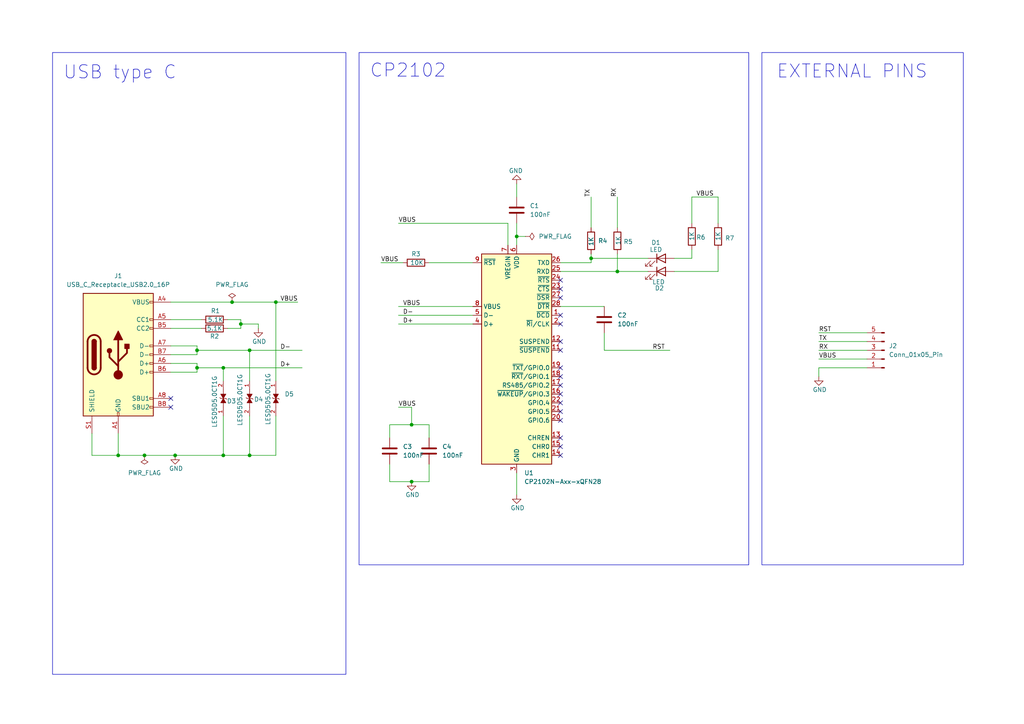
<source format=kicad_sch>
(kicad_sch
	(version 20231120)
	(generator "eeschema")
	(generator_version "8.0")
	(uuid "3bcaab4e-e72c-4ca5-9c3d-245d1aff5610")
	(paper "A4")
	(title_block
		(title "USB to UART Converter ")
		(date "2025-01-25")
		(company "Gitam University")
		(comment 1 "Designed By- Sagar A")
	)
	(lib_symbols
		(symbol "Connector:Conn_01x05_Pin"
			(pin_names
				(offset 1.016) hide)
			(exclude_from_sim no)
			(in_bom yes)
			(on_board yes)
			(property "Reference" "J"
				(at 0 7.62 0)
				(effects
					(font
						(size 1.27 1.27)
					)
				)
			)
			(property "Value" "Conn_01x05_Pin"
				(at 0 -7.62 0)
				(effects
					(font
						(size 1.27 1.27)
					)
				)
			)
			(property "Footprint" ""
				(at 0 0 0)
				(effects
					(font
						(size 1.27 1.27)
					)
					(hide yes)
				)
			)
			(property "Datasheet" "~"
				(at 0 0 0)
				(effects
					(font
						(size 1.27 1.27)
					)
					(hide yes)
				)
			)
			(property "Description" "Generic connector, single row, 01x05, script generated"
				(at 0 0 0)
				(effects
					(font
						(size 1.27 1.27)
					)
					(hide yes)
				)
			)
			(property "ki_locked" ""
				(at 0 0 0)
				(effects
					(font
						(size 1.27 1.27)
					)
				)
			)
			(property "ki_keywords" "connector"
				(at 0 0 0)
				(effects
					(font
						(size 1.27 1.27)
					)
					(hide yes)
				)
			)
			(property "ki_fp_filters" "Connector*:*_1x??_*"
				(at 0 0 0)
				(effects
					(font
						(size 1.27 1.27)
					)
					(hide yes)
				)
			)
			(symbol "Conn_01x05_Pin_1_1"
				(polyline
					(pts
						(xy 1.27 -5.08) (xy 0.8636 -5.08)
					)
					(stroke
						(width 0.1524)
						(type default)
					)
					(fill
						(type none)
					)
				)
				(polyline
					(pts
						(xy 1.27 -2.54) (xy 0.8636 -2.54)
					)
					(stroke
						(width 0.1524)
						(type default)
					)
					(fill
						(type none)
					)
				)
				(polyline
					(pts
						(xy 1.27 0) (xy 0.8636 0)
					)
					(stroke
						(width 0.1524)
						(type default)
					)
					(fill
						(type none)
					)
				)
				(polyline
					(pts
						(xy 1.27 2.54) (xy 0.8636 2.54)
					)
					(stroke
						(width 0.1524)
						(type default)
					)
					(fill
						(type none)
					)
				)
				(polyline
					(pts
						(xy 1.27 5.08) (xy 0.8636 5.08)
					)
					(stroke
						(width 0.1524)
						(type default)
					)
					(fill
						(type none)
					)
				)
				(rectangle
					(start 0.8636 -4.953)
					(end 0 -5.207)
					(stroke
						(width 0.1524)
						(type default)
					)
					(fill
						(type outline)
					)
				)
				(rectangle
					(start 0.8636 -2.413)
					(end 0 -2.667)
					(stroke
						(width 0.1524)
						(type default)
					)
					(fill
						(type outline)
					)
				)
				(rectangle
					(start 0.8636 0.127)
					(end 0 -0.127)
					(stroke
						(width 0.1524)
						(type default)
					)
					(fill
						(type outline)
					)
				)
				(rectangle
					(start 0.8636 2.667)
					(end 0 2.413)
					(stroke
						(width 0.1524)
						(type default)
					)
					(fill
						(type outline)
					)
				)
				(rectangle
					(start 0.8636 5.207)
					(end 0 4.953)
					(stroke
						(width 0.1524)
						(type default)
					)
					(fill
						(type outline)
					)
				)
				(pin passive line
					(at 5.08 5.08 180)
					(length 3.81)
					(name "Pin_1"
						(effects
							(font
								(size 1.27 1.27)
							)
						)
					)
					(number "1"
						(effects
							(font
								(size 1.27 1.27)
							)
						)
					)
				)
				(pin passive line
					(at 5.08 2.54 180)
					(length 3.81)
					(name "Pin_2"
						(effects
							(font
								(size 1.27 1.27)
							)
						)
					)
					(number "2"
						(effects
							(font
								(size 1.27 1.27)
							)
						)
					)
				)
				(pin passive line
					(at 5.08 0 180)
					(length 3.81)
					(name "Pin_3"
						(effects
							(font
								(size 1.27 1.27)
							)
						)
					)
					(number "3"
						(effects
							(font
								(size 1.27 1.27)
							)
						)
					)
				)
				(pin passive line
					(at 5.08 -2.54 180)
					(length 3.81)
					(name "Pin_4"
						(effects
							(font
								(size 1.27 1.27)
							)
						)
					)
					(number "4"
						(effects
							(font
								(size 1.27 1.27)
							)
						)
					)
				)
				(pin passive line
					(at 5.08 -5.08 180)
					(length 3.81)
					(name "Pin_5"
						(effects
							(font
								(size 1.27 1.27)
							)
						)
					)
					(number "5"
						(effects
							(font
								(size 1.27 1.27)
							)
						)
					)
				)
			)
		)
		(symbol "Connector:USB_C_Receptacle_USB2.0_16P"
			(pin_names
				(offset 1.016)
			)
			(exclude_from_sim no)
			(in_bom yes)
			(on_board yes)
			(property "Reference" "J"
				(at 0 22.225 0)
				(effects
					(font
						(size 1.27 1.27)
					)
				)
			)
			(property "Value" "USB_C_Receptacle_USB2.0_16P"
				(at 0 19.685 0)
				(effects
					(font
						(size 1.27 1.27)
					)
				)
			)
			(property "Footprint" ""
				(at 3.81 0 0)
				(effects
					(font
						(size 1.27 1.27)
					)
					(hide yes)
				)
			)
			(property "Datasheet" "https://www.usb.org/sites/default/files/documents/usb_type-c.zip"
				(at 3.81 0 0)
				(effects
					(font
						(size 1.27 1.27)
					)
					(hide yes)
				)
			)
			(property "Description" "USB 2.0-only 16P Type-C Receptacle connector"
				(at 0 0 0)
				(effects
					(font
						(size 1.27 1.27)
					)
					(hide yes)
				)
			)
			(property "ki_keywords" "usb universal serial bus type-C USB2.0"
				(at 0 0 0)
				(effects
					(font
						(size 1.27 1.27)
					)
					(hide yes)
				)
			)
			(property "ki_fp_filters" "USB*C*Receptacle*"
				(at 0 0 0)
				(effects
					(font
						(size 1.27 1.27)
					)
					(hide yes)
				)
			)
			(symbol "USB_C_Receptacle_USB2.0_16P_0_0"
				(rectangle
					(start -0.254 -17.78)
					(end 0.254 -16.764)
					(stroke
						(width 0)
						(type default)
					)
					(fill
						(type none)
					)
				)
				(rectangle
					(start 10.16 -14.986)
					(end 9.144 -15.494)
					(stroke
						(width 0)
						(type default)
					)
					(fill
						(type none)
					)
				)
				(rectangle
					(start 10.16 -12.446)
					(end 9.144 -12.954)
					(stroke
						(width 0)
						(type default)
					)
					(fill
						(type none)
					)
				)
				(rectangle
					(start 10.16 -4.826)
					(end 9.144 -5.334)
					(stroke
						(width 0)
						(type default)
					)
					(fill
						(type none)
					)
				)
				(rectangle
					(start 10.16 -2.286)
					(end 9.144 -2.794)
					(stroke
						(width 0)
						(type default)
					)
					(fill
						(type none)
					)
				)
				(rectangle
					(start 10.16 0.254)
					(end 9.144 -0.254)
					(stroke
						(width 0)
						(type default)
					)
					(fill
						(type none)
					)
				)
				(rectangle
					(start 10.16 2.794)
					(end 9.144 2.286)
					(stroke
						(width 0)
						(type default)
					)
					(fill
						(type none)
					)
				)
				(rectangle
					(start 10.16 7.874)
					(end 9.144 7.366)
					(stroke
						(width 0)
						(type default)
					)
					(fill
						(type none)
					)
				)
				(rectangle
					(start 10.16 10.414)
					(end 9.144 9.906)
					(stroke
						(width 0)
						(type default)
					)
					(fill
						(type none)
					)
				)
				(rectangle
					(start 10.16 15.494)
					(end 9.144 14.986)
					(stroke
						(width 0)
						(type default)
					)
					(fill
						(type none)
					)
				)
			)
			(symbol "USB_C_Receptacle_USB2.0_16P_0_1"
				(rectangle
					(start -10.16 17.78)
					(end 10.16 -17.78)
					(stroke
						(width 0.254)
						(type default)
					)
					(fill
						(type background)
					)
				)
				(arc
					(start -8.89 -3.81)
					(mid -6.985 -5.7067)
					(end -5.08 -3.81)
					(stroke
						(width 0.508)
						(type default)
					)
					(fill
						(type none)
					)
				)
				(arc
					(start -7.62 -3.81)
					(mid -6.985 -4.4423)
					(end -6.35 -3.81)
					(stroke
						(width 0.254)
						(type default)
					)
					(fill
						(type none)
					)
				)
				(arc
					(start -7.62 -3.81)
					(mid -6.985 -4.4423)
					(end -6.35 -3.81)
					(stroke
						(width 0.254)
						(type default)
					)
					(fill
						(type outline)
					)
				)
				(rectangle
					(start -7.62 -3.81)
					(end -6.35 3.81)
					(stroke
						(width 0.254)
						(type default)
					)
					(fill
						(type outline)
					)
				)
				(arc
					(start -6.35 3.81)
					(mid -6.985 4.4423)
					(end -7.62 3.81)
					(stroke
						(width 0.254)
						(type default)
					)
					(fill
						(type none)
					)
				)
				(arc
					(start -6.35 3.81)
					(mid -6.985 4.4423)
					(end -7.62 3.81)
					(stroke
						(width 0.254)
						(type default)
					)
					(fill
						(type outline)
					)
				)
				(arc
					(start -5.08 3.81)
					(mid -6.985 5.7067)
					(end -8.89 3.81)
					(stroke
						(width 0.508)
						(type default)
					)
					(fill
						(type none)
					)
				)
				(circle
					(center -2.54 1.143)
					(radius 0.635)
					(stroke
						(width 0.254)
						(type default)
					)
					(fill
						(type outline)
					)
				)
				(circle
					(center 0 -5.842)
					(radius 1.27)
					(stroke
						(width 0)
						(type default)
					)
					(fill
						(type outline)
					)
				)
				(polyline
					(pts
						(xy -8.89 -3.81) (xy -8.89 3.81)
					)
					(stroke
						(width 0.508)
						(type default)
					)
					(fill
						(type none)
					)
				)
				(polyline
					(pts
						(xy -5.08 3.81) (xy -5.08 -3.81)
					)
					(stroke
						(width 0.508)
						(type default)
					)
					(fill
						(type none)
					)
				)
				(polyline
					(pts
						(xy 0 -5.842) (xy 0 4.318)
					)
					(stroke
						(width 0.508)
						(type default)
					)
					(fill
						(type none)
					)
				)
				(polyline
					(pts
						(xy 0 -3.302) (xy -2.54 -0.762) (xy -2.54 0.508)
					)
					(stroke
						(width 0.508)
						(type default)
					)
					(fill
						(type none)
					)
				)
				(polyline
					(pts
						(xy 0 -2.032) (xy 2.54 0.508) (xy 2.54 1.778)
					)
					(stroke
						(width 0.508)
						(type default)
					)
					(fill
						(type none)
					)
				)
				(polyline
					(pts
						(xy -1.27 4.318) (xy 0 6.858) (xy 1.27 4.318) (xy -1.27 4.318)
					)
					(stroke
						(width 0.254)
						(type default)
					)
					(fill
						(type outline)
					)
				)
				(rectangle
					(start 1.905 1.778)
					(end 3.175 3.048)
					(stroke
						(width 0.254)
						(type default)
					)
					(fill
						(type outline)
					)
				)
			)
			(symbol "USB_C_Receptacle_USB2.0_16P_1_1"
				(pin passive line
					(at 0 -22.86 90)
					(length 5.08)
					(name "GND"
						(effects
							(font
								(size 1.27 1.27)
							)
						)
					)
					(number "A1"
						(effects
							(font
								(size 1.27 1.27)
							)
						)
					)
				)
				(pin passive line
					(at 0 -22.86 90)
					(length 5.08) hide
					(name "GND"
						(effects
							(font
								(size 1.27 1.27)
							)
						)
					)
					(number "A12"
						(effects
							(font
								(size 1.27 1.27)
							)
						)
					)
				)
				(pin passive line
					(at 15.24 15.24 180)
					(length 5.08)
					(name "VBUS"
						(effects
							(font
								(size 1.27 1.27)
							)
						)
					)
					(number "A4"
						(effects
							(font
								(size 1.27 1.27)
							)
						)
					)
				)
				(pin bidirectional line
					(at 15.24 10.16 180)
					(length 5.08)
					(name "CC1"
						(effects
							(font
								(size 1.27 1.27)
							)
						)
					)
					(number "A5"
						(effects
							(font
								(size 1.27 1.27)
							)
						)
					)
				)
				(pin bidirectional line
					(at 15.24 -2.54 180)
					(length 5.08)
					(name "D+"
						(effects
							(font
								(size 1.27 1.27)
							)
						)
					)
					(number "A6"
						(effects
							(font
								(size 1.27 1.27)
							)
						)
					)
				)
				(pin bidirectional line
					(at 15.24 2.54 180)
					(length 5.08)
					(name "D-"
						(effects
							(font
								(size 1.27 1.27)
							)
						)
					)
					(number "A7"
						(effects
							(font
								(size 1.27 1.27)
							)
						)
					)
				)
				(pin bidirectional line
					(at 15.24 -12.7 180)
					(length 5.08)
					(name "SBU1"
						(effects
							(font
								(size 1.27 1.27)
							)
						)
					)
					(number "A8"
						(effects
							(font
								(size 1.27 1.27)
							)
						)
					)
				)
				(pin passive line
					(at 15.24 15.24 180)
					(length 5.08) hide
					(name "VBUS"
						(effects
							(font
								(size 1.27 1.27)
							)
						)
					)
					(number "A9"
						(effects
							(font
								(size 1.27 1.27)
							)
						)
					)
				)
				(pin passive line
					(at 0 -22.86 90)
					(length 5.08) hide
					(name "GND"
						(effects
							(font
								(size 1.27 1.27)
							)
						)
					)
					(number "B1"
						(effects
							(font
								(size 1.27 1.27)
							)
						)
					)
				)
				(pin passive line
					(at 0 -22.86 90)
					(length 5.08) hide
					(name "GND"
						(effects
							(font
								(size 1.27 1.27)
							)
						)
					)
					(number "B12"
						(effects
							(font
								(size 1.27 1.27)
							)
						)
					)
				)
				(pin passive line
					(at 15.24 15.24 180)
					(length 5.08) hide
					(name "VBUS"
						(effects
							(font
								(size 1.27 1.27)
							)
						)
					)
					(number "B4"
						(effects
							(font
								(size 1.27 1.27)
							)
						)
					)
				)
				(pin bidirectional line
					(at 15.24 7.62 180)
					(length 5.08)
					(name "CC2"
						(effects
							(font
								(size 1.27 1.27)
							)
						)
					)
					(number "B5"
						(effects
							(font
								(size 1.27 1.27)
							)
						)
					)
				)
				(pin bidirectional line
					(at 15.24 -5.08 180)
					(length 5.08)
					(name "D+"
						(effects
							(font
								(size 1.27 1.27)
							)
						)
					)
					(number "B6"
						(effects
							(font
								(size 1.27 1.27)
							)
						)
					)
				)
				(pin bidirectional line
					(at 15.24 0 180)
					(length 5.08)
					(name "D-"
						(effects
							(font
								(size 1.27 1.27)
							)
						)
					)
					(number "B7"
						(effects
							(font
								(size 1.27 1.27)
							)
						)
					)
				)
				(pin bidirectional line
					(at 15.24 -15.24 180)
					(length 5.08)
					(name "SBU2"
						(effects
							(font
								(size 1.27 1.27)
							)
						)
					)
					(number "B8"
						(effects
							(font
								(size 1.27 1.27)
							)
						)
					)
				)
				(pin passive line
					(at 15.24 15.24 180)
					(length 5.08) hide
					(name "VBUS"
						(effects
							(font
								(size 1.27 1.27)
							)
						)
					)
					(number "B9"
						(effects
							(font
								(size 1.27 1.27)
							)
						)
					)
				)
				(pin passive line
					(at -7.62 -22.86 90)
					(length 5.08)
					(name "SHIELD"
						(effects
							(font
								(size 1.27 1.27)
							)
						)
					)
					(number "S1"
						(effects
							(font
								(size 1.27 1.27)
							)
						)
					)
				)
			)
		)
		(symbol "Device:C"
			(pin_numbers hide)
			(pin_names
				(offset 0.254)
			)
			(exclude_from_sim no)
			(in_bom yes)
			(on_board yes)
			(property "Reference" "C"
				(at 0.635 2.54 0)
				(effects
					(font
						(size 1.27 1.27)
					)
					(justify left)
				)
			)
			(property "Value" "C"
				(at 0.635 -2.54 0)
				(effects
					(font
						(size 1.27 1.27)
					)
					(justify left)
				)
			)
			(property "Footprint" ""
				(at 0.9652 -3.81 0)
				(effects
					(font
						(size 1.27 1.27)
					)
					(hide yes)
				)
			)
			(property "Datasheet" "~"
				(at 0 0 0)
				(effects
					(font
						(size 1.27 1.27)
					)
					(hide yes)
				)
			)
			(property "Description" "Unpolarized capacitor"
				(at 0 0 0)
				(effects
					(font
						(size 1.27 1.27)
					)
					(hide yes)
				)
			)
			(property "ki_keywords" "cap capacitor"
				(at 0 0 0)
				(effects
					(font
						(size 1.27 1.27)
					)
					(hide yes)
				)
			)
			(property "ki_fp_filters" "C_*"
				(at 0 0 0)
				(effects
					(font
						(size 1.27 1.27)
					)
					(hide yes)
				)
			)
			(symbol "C_0_1"
				(polyline
					(pts
						(xy -2.032 -0.762) (xy 2.032 -0.762)
					)
					(stroke
						(width 0.508)
						(type default)
					)
					(fill
						(type none)
					)
				)
				(polyline
					(pts
						(xy -2.032 0.762) (xy 2.032 0.762)
					)
					(stroke
						(width 0.508)
						(type default)
					)
					(fill
						(type none)
					)
				)
			)
			(symbol "C_1_1"
				(pin passive line
					(at 0 3.81 270)
					(length 2.794)
					(name "~"
						(effects
							(font
								(size 1.27 1.27)
							)
						)
					)
					(number "1"
						(effects
							(font
								(size 1.27 1.27)
							)
						)
					)
				)
				(pin passive line
					(at 0 -3.81 90)
					(length 2.794)
					(name "~"
						(effects
							(font
								(size 1.27 1.27)
							)
						)
					)
					(number "2"
						(effects
							(font
								(size 1.27 1.27)
							)
						)
					)
				)
			)
		)
		(symbol "Device:LED"
			(pin_numbers hide)
			(pin_names
				(offset 1.016) hide)
			(exclude_from_sim no)
			(in_bom yes)
			(on_board yes)
			(property "Reference" "D"
				(at 0 2.54 0)
				(effects
					(font
						(size 1.27 1.27)
					)
				)
			)
			(property "Value" "LED"
				(at 0 -2.54 0)
				(effects
					(font
						(size 1.27 1.27)
					)
				)
			)
			(property "Footprint" ""
				(at 0 0 0)
				(effects
					(font
						(size 1.27 1.27)
					)
					(hide yes)
				)
			)
			(property "Datasheet" "~"
				(at 0 0 0)
				(effects
					(font
						(size 1.27 1.27)
					)
					(hide yes)
				)
			)
			(property "Description" "Light emitting diode"
				(at 0 0 0)
				(effects
					(font
						(size 1.27 1.27)
					)
					(hide yes)
				)
			)
			(property "ki_keywords" "LED diode"
				(at 0 0 0)
				(effects
					(font
						(size 1.27 1.27)
					)
					(hide yes)
				)
			)
			(property "ki_fp_filters" "LED* LED_SMD:* LED_THT:*"
				(at 0 0 0)
				(effects
					(font
						(size 1.27 1.27)
					)
					(hide yes)
				)
			)
			(symbol "LED_0_1"
				(polyline
					(pts
						(xy -1.27 -1.27) (xy -1.27 1.27)
					)
					(stroke
						(width 0.254)
						(type default)
					)
					(fill
						(type none)
					)
				)
				(polyline
					(pts
						(xy -1.27 0) (xy 1.27 0)
					)
					(stroke
						(width 0)
						(type default)
					)
					(fill
						(type none)
					)
				)
				(polyline
					(pts
						(xy 1.27 -1.27) (xy 1.27 1.27) (xy -1.27 0) (xy 1.27 -1.27)
					)
					(stroke
						(width 0.254)
						(type default)
					)
					(fill
						(type none)
					)
				)
				(polyline
					(pts
						(xy -3.048 -0.762) (xy -4.572 -2.286) (xy -3.81 -2.286) (xy -4.572 -2.286) (xy -4.572 -1.524)
					)
					(stroke
						(width 0)
						(type default)
					)
					(fill
						(type none)
					)
				)
				(polyline
					(pts
						(xy -1.778 -0.762) (xy -3.302 -2.286) (xy -2.54 -2.286) (xy -3.302 -2.286) (xy -3.302 -1.524)
					)
					(stroke
						(width 0)
						(type default)
					)
					(fill
						(type none)
					)
				)
			)
			(symbol "LED_1_1"
				(pin passive line
					(at -3.81 0 0)
					(length 2.54)
					(name "K"
						(effects
							(font
								(size 1.27 1.27)
							)
						)
					)
					(number "1"
						(effects
							(font
								(size 1.27 1.27)
							)
						)
					)
				)
				(pin passive line
					(at 3.81 0 180)
					(length 2.54)
					(name "A"
						(effects
							(font
								(size 1.27 1.27)
							)
						)
					)
					(number "2"
						(effects
							(font
								(size 1.27 1.27)
							)
						)
					)
				)
			)
		)
		(symbol "Device:R"
			(pin_numbers hide)
			(pin_names
				(offset 0)
			)
			(exclude_from_sim no)
			(in_bom yes)
			(on_board yes)
			(property "Reference" "R"
				(at 2.032 0 90)
				(effects
					(font
						(size 1.27 1.27)
					)
				)
			)
			(property "Value" "R"
				(at 0 0 90)
				(effects
					(font
						(size 1.27 1.27)
					)
				)
			)
			(property "Footprint" ""
				(at -1.778 0 90)
				(effects
					(font
						(size 1.27 1.27)
					)
					(hide yes)
				)
			)
			(property "Datasheet" "~"
				(at 0 0 0)
				(effects
					(font
						(size 1.27 1.27)
					)
					(hide yes)
				)
			)
			(property "Description" "Resistor"
				(at 0 0 0)
				(effects
					(font
						(size 1.27 1.27)
					)
					(hide yes)
				)
			)
			(property "ki_keywords" "R res resistor"
				(at 0 0 0)
				(effects
					(font
						(size 1.27 1.27)
					)
					(hide yes)
				)
			)
			(property "ki_fp_filters" "R_*"
				(at 0 0 0)
				(effects
					(font
						(size 1.27 1.27)
					)
					(hide yes)
				)
			)
			(symbol "R_0_1"
				(rectangle
					(start -1.016 -2.54)
					(end 1.016 2.54)
					(stroke
						(width 0.254)
						(type default)
					)
					(fill
						(type none)
					)
				)
			)
			(symbol "R_1_1"
				(pin passive line
					(at 0 3.81 270)
					(length 1.27)
					(name "~"
						(effects
							(font
								(size 1.27 1.27)
							)
						)
					)
					(number "1"
						(effects
							(font
								(size 1.27 1.27)
							)
						)
					)
				)
				(pin passive line
					(at 0 -3.81 90)
					(length 1.27)
					(name "~"
						(effects
							(font
								(size 1.27 1.27)
							)
						)
					)
					(number "2"
						(effects
							(font
								(size 1.27 1.27)
							)
						)
					)
				)
			)
		)
		(symbol "Interface_USB:CP2102N-Axx-xQFN28"
			(exclude_from_sim no)
			(in_bom yes)
			(on_board yes)
			(property "Reference" "U"
				(at -8.89 31.75 0)
				(effects
					(font
						(size 1.27 1.27)
					)
				)
			)
			(property "Value" "CP2102N-Axx-xQFN28"
				(at 12.7 31.75 0)
				(effects
					(font
						(size 1.27 1.27)
					)
				)
			)
			(property "Footprint" "Package_DFN_QFN:QFN-28-1EP_5x5mm_P0.5mm_EP3.35x3.35mm"
				(at 33.02 -31.75 0)
				(effects
					(font
						(size 1.27 1.27)
					)
					(hide yes)
				)
			)
			(property "Datasheet" "https://www.silabs.com/documents/public/data-sheets/cp2102n-datasheet.pdf"
				(at 1.27 -19.05 0)
				(effects
					(font
						(size 1.27 1.27)
					)
					(hide yes)
				)
			)
			(property "Description" "USB to UART master bridge, QFN-28"
				(at 0 0 0)
				(effects
					(font
						(size 1.27 1.27)
					)
					(hide yes)
				)
			)
			(property "ki_keywords" "USB UART bridge"
				(at 0 0 0)
				(effects
					(font
						(size 1.27 1.27)
					)
					(hide yes)
				)
			)
			(property "ki_fp_filters" "QFN*1EP*5x5mm*P0.5mm*"
				(at 0 0 0)
				(effects
					(font
						(size 1.27 1.27)
					)
					(hide yes)
				)
			)
			(symbol "CP2102N-Axx-xQFN28_0_1"
				(rectangle
					(start -10.16 30.48)
					(end 10.16 -30.48)
					(stroke
						(width 0.254)
						(type default)
					)
					(fill
						(type background)
					)
				)
			)
			(symbol "CP2102N-Axx-xQFN28_1_1"
				(pin input line
					(at 12.7 12.7 180)
					(length 2.54)
					(name "~{DCD}"
						(effects
							(font
								(size 1.27 1.27)
							)
						)
					)
					(number "1"
						(effects
							(font
								(size 1.27 1.27)
							)
						)
					)
				)
				(pin no_connect line
					(at -10.16 -27.94 0)
					(length 2.54) hide
					(name "NC"
						(effects
							(font
								(size 1.27 1.27)
							)
						)
					)
					(number "10"
						(effects
							(font
								(size 1.27 1.27)
							)
						)
					)
				)
				(pin output line
					(at 12.7 2.54 180)
					(length 2.54)
					(name "~{SUSPEND}"
						(effects
							(font
								(size 1.27 1.27)
							)
						)
					)
					(number "11"
						(effects
							(font
								(size 1.27 1.27)
							)
						)
					)
				)
				(pin output line
					(at 12.7 5.08 180)
					(length 2.54)
					(name "SUSPEND"
						(effects
							(font
								(size 1.27 1.27)
							)
						)
					)
					(number "12"
						(effects
							(font
								(size 1.27 1.27)
							)
						)
					)
				)
				(pin output line
					(at 12.7 -22.86 180)
					(length 2.54)
					(name "CHREN"
						(effects
							(font
								(size 1.27 1.27)
							)
						)
					)
					(number "13"
						(effects
							(font
								(size 1.27 1.27)
							)
						)
					)
				)
				(pin output line
					(at 12.7 -27.94 180)
					(length 2.54)
					(name "CHR1"
						(effects
							(font
								(size 1.27 1.27)
							)
						)
					)
					(number "14"
						(effects
							(font
								(size 1.27 1.27)
							)
						)
					)
				)
				(pin output line
					(at 12.7 -25.4 180)
					(length 2.54)
					(name "CHR0"
						(effects
							(font
								(size 1.27 1.27)
							)
						)
					)
					(number "15"
						(effects
							(font
								(size 1.27 1.27)
							)
						)
					)
				)
				(pin bidirectional line
					(at 12.7 -10.16 180)
					(length 2.54)
					(name "~{WAKEUP}/GPIO.3"
						(effects
							(font
								(size 1.27 1.27)
							)
						)
					)
					(number "16"
						(effects
							(font
								(size 1.27 1.27)
							)
						)
					)
				)
				(pin bidirectional line
					(at 12.7 -7.62 180)
					(length 2.54)
					(name "RS485/GPIO.2"
						(effects
							(font
								(size 1.27 1.27)
							)
						)
					)
					(number "17"
						(effects
							(font
								(size 1.27 1.27)
							)
						)
					)
				)
				(pin bidirectional line
					(at 12.7 -5.08 180)
					(length 2.54)
					(name "~{RXT}/GPIO.1"
						(effects
							(font
								(size 1.27 1.27)
							)
						)
					)
					(number "18"
						(effects
							(font
								(size 1.27 1.27)
							)
						)
					)
				)
				(pin bidirectional line
					(at 12.7 -2.54 180)
					(length 2.54)
					(name "~{TXT}/GPIO.0"
						(effects
							(font
								(size 1.27 1.27)
							)
						)
					)
					(number "19"
						(effects
							(font
								(size 1.27 1.27)
							)
						)
					)
				)
				(pin bidirectional line
					(at 12.7 10.16 180)
					(length 2.54)
					(name "~{RI}/CLK"
						(effects
							(font
								(size 1.27 1.27)
							)
						)
					)
					(number "2"
						(effects
							(font
								(size 1.27 1.27)
							)
						)
					)
				)
				(pin bidirectional line
					(at 12.7 -17.78 180)
					(length 2.54)
					(name "GPIO.6"
						(effects
							(font
								(size 1.27 1.27)
							)
						)
					)
					(number "20"
						(effects
							(font
								(size 1.27 1.27)
							)
						)
					)
				)
				(pin bidirectional line
					(at 12.7 -15.24 180)
					(length 2.54)
					(name "GPIO.5"
						(effects
							(font
								(size 1.27 1.27)
							)
						)
					)
					(number "21"
						(effects
							(font
								(size 1.27 1.27)
							)
						)
					)
				)
				(pin bidirectional line
					(at 12.7 -12.7 180)
					(length 2.54)
					(name "GPIO.4"
						(effects
							(font
								(size 1.27 1.27)
							)
						)
					)
					(number "22"
						(effects
							(font
								(size 1.27 1.27)
							)
						)
					)
				)
				(pin input line
					(at 12.7 20.32 180)
					(length 2.54)
					(name "~{CTS}"
						(effects
							(font
								(size 1.27 1.27)
							)
						)
					)
					(number "23"
						(effects
							(font
								(size 1.27 1.27)
							)
						)
					)
				)
				(pin output line
					(at 12.7 22.86 180)
					(length 2.54)
					(name "~{RTS}"
						(effects
							(font
								(size 1.27 1.27)
							)
						)
					)
					(number "24"
						(effects
							(font
								(size 1.27 1.27)
							)
						)
					)
				)
				(pin input line
					(at 12.7 25.4 180)
					(length 2.54)
					(name "RXD"
						(effects
							(font
								(size 1.27 1.27)
							)
						)
					)
					(number "25"
						(effects
							(font
								(size 1.27 1.27)
							)
						)
					)
				)
				(pin output line
					(at 12.7 27.94 180)
					(length 2.54)
					(name "TXD"
						(effects
							(font
								(size 1.27 1.27)
							)
						)
					)
					(number "26"
						(effects
							(font
								(size 1.27 1.27)
							)
						)
					)
				)
				(pin input line
					(at 12.7 17.78 180)
					(length 2.54)
					(name "~{DSR}"
						(effects
							(font
								(size 1.27 1.27)
							)
						)
					)
					(number "27"
						(effects
							(font
								(size 1.27 1.27)
							)
						)
					)
				)
				(pin output line
					(at 12.7 15.24 180)
					(length 2.54)
					(name "~{DTR}"
						(effects
							(font
								(size 1.27 1.27)
							)
						)
					)
					(number "28"
						(effects
							(font
								(size 1.27 1.27)
							)
						)
					)
				)
				(pin passive line
					(at 0 -33.02 90)
					(length 2.54) hide
					(name "GND"
						(effects
							(font
								(size 1.27 1.27)
							)
						)
					)
					(number "29"
						(effects
							(font
								(size 1.27 1.27)
							)
						)
					)
				)
				(pin power_in line
					(at 0 -33.02 90)
					(length 2.54)
					(name "GND"
						(effects
							(font
								(size 1.27 1.27)
							)
						)
					)
					(number "3"
						(effects
							(font
								(size 1.27 1.27)
							)
						)
					)
				)
				(pin bidirectional line
					(at -12.7 10.16 0)
					(length 2.54)
					(name "D+"
						(effects
							(font
								(size 1.27 1.27)
							)
						)
					)
					(number "4"
						(effects
							(font
								(size 1.27 1.27)
							)
						)
					)
				)
				(pin bidirectional line
					(at -12.7 12.7 0)
					(length 2.54)
					(name "D-"
						(effects
							(font
								(size 1.27 1.27)
							)
						)
					)
					(number "5"
						(effects
							(font
								(size 1.27 1.27)
							)
						)
					)
				)
				(pin power_in line
					(at 0 33.02 270)
					(length 2.54)
					(name "VDD"
						(effects
							(font
								(size 1.27 1.27)
							)
						)
					)
					(number "6"
						(effects
							(font
								(size 1.27 1.27)
							)
						)
					)
				)
				(pin power_in line
					(at -2.54 33.02 270)
					(length 2.54)
					(name "VREGIN"
						(effects
							(font
								(size 1.27 1.27)
							)
						)
					)
					(number "7"
						(effects
							(font
								(size 1.27 1.27)
							)
						)
					)
				)
				(pin input line
					(at -12.7 15.24 0)
					(length 2.54)
					(name "VBUS"
						(effects
							(font
								(size 1.27 1.27)
							)
						)
					)
					(number "8"
						(effects
							(font
								(size 1.27 1.27)
							)
						)
					)
				)
				(pin input line
					(at -12.7 27.94 0)
					(length 2.54)
					(name "~{RST}"
						(effects
							(font
								(size 1.27 1.27)
							)
						)
					)
					(number "9"
						(effects
							(font
								(size 1.27 1.27)
							)
						)
					)
				)
			)
		)
		(symbol "LESD5D5.0CT1G:LESD5D5.0CT1G"
			(pin_names
				(offset 1.016)
			)
			(exclude_from_sim no)
			(in_bom yes)
			(on_board yes)
			(property "Reference" "D"
				(at -5.08 2.54 0)
				(effects
					(font
						(size 1.27 1.27)
					)
					(justify left bottom)
				)
			)
			(property "Value" "LESD5D5.0CT1G"
				(at -5.08 -5.08 0)
				(effects
					(font
						(size 1.27 1.27)
					)
					(justify left bottom)
				)
			)
			(property "Footprint" "LESD5D5.0CT1G:TVS_LESD5D5.0CT1G"
				(at 0 0 0)
				(effects
					(font
						(size 1.27 1.27)
					)
					(justify bottom)
					(hide yes)
				)
			)
			(property "Datasheet" ""
				(at 0 0 0)
				(effects
					(font
						(size 1.27 1.27)
					)
					(hide yes)
				)
			)
			(property "Description" ""
				(at 0 0 0)
				(effects
					(font
						(size 1.27 1.27)
					)
					(hide yes)
				)
			)
			(property "MF" "Leshan Radio Co."
				(at 0 0 0)
				(effects
					(font
						(size 1.27 1.27)
					)
					(justify bottom)
					(hide yes)
				)
			)
			(property "MAXIMUM_PACKAGE_HEIGHT" "0.7 mm"
				(at 0 0 0)
				(effects
					(font
						(size 1.27 1.27)
					)
					(justify bottom)
					(hide yes)
				)
			)
			(property "Package" "None"
				(at 0 0 0)
				(effects
					(font
						(size 1.27 1.27)
					)
					(justify bottom)
					(hide yes)
				)
			)
			(property "Price" "None"
				(at 0 0 0)
				(effects
					(font
						(size 1.27 1.27)
					)
					(justify bottom)
					(hide yes)
				)
			)
			(property "Check_prices" "https://www.snapeda.com/parts/LESD5D5.0CT1G/Leshan+Radio+Co./view-part/?ref=eda"
				(at 0 0 0)
				(effects
					(font
						(size 1.27 1.27)
					)
					(justify bottom)
					(hide yes)
				)
			)
			(property "STANDARD" "Manufacturer Recommendations"
				(at 0 0 0)
				(effects
					(font
						(size 1.27 1.27)
					)
					(justify bottom)
					(hide yes)
				)
			)
			(property "PARTREV" "O"
				(at 0 0 0)
				(effects
					(font
						(size 1.27 1.27)
					)
					(justify bottom)
					(hide yes)
				)
			)
			(property "SnapEDA_Link" "https://www.snapeda.com/parts/LESD5D5.0CT1G/Leshan+Radio+Co./view-part/?ref=snap"
				(at 0 0 0)
				(effects
					(font
						(size 1.27 1.27)
					)
					(justify bottom)
					(hide yes)
				)
			)
			(property "MP" "LESD5D5.0CT1G"
				(at 0 0 0)
				(effects
					(font
						(size 1.27 1.27)
					)
					(justify bottom)
					(hide yes)
				)
			)
			(property "Description_1" "\nTransient Voltage Suppressors for ESD Protection\n"
				(at 0 0 0)
				(effects
					(font
						(size 1.27 1.27)
					)
					(justify bottom)
					(hide yes)
				)
			)
			(property "Availability" "In Stock"
				(at 0 0 0)
				(effects
					(font
						(size 1.27 1.27)
					)
					(justify bottom)
					(hide yes)
				)
			)
			(property "MANUFACTURER" "LRC"
				(at 0 0 0)
				(effects
					(font
						(size 1.27 1.27)
					)
					(justify bottom)
					(hide yes)
				)
			)
			(symbol "LESD5D5.0CT1G_0_0"
				(polyline
					(pts
						(xy -1.27 0) (xy -2.54 0)
					)
					(stroke
						(width 0.1524)
						(type default)
					)
					(fill
						(type none)
					)
				)
				(polyline
					(pts
						(xy 0 -0.762) (xy -0.254 -1.016)
					)
					(stroke
						(width 0.1524)
						(type default)
					)
					(fill
						(type none)
					)
				)
				(polyline
					(pts
						(xy 0 -0.762) (xy 0 0.762)
					)
					(stroke
						(width 0.1524)
						(type default)
					)
					(fill
						(type none)
					)
				)
				(polyline
					(pts
						(xy 0 0.762) (xy 0.254 1.016)
					)
					(stroke
						(width 0.1524)
						(type default)
					)
					(fill
						(type none)
					)
				)
				(polyline
					(pts
						(xy 1.27 0) (xy 2.54 0)
					)
					(stroke
						(width 0.1524)
						(type default)
					)
					(fill
						(type none)
					)
				)
				(polyline
					(pts
						(xy 0 0) (xy -1.27 -0.762) (xy -1.27 0.762) (xy 0 0)
					)
					(stroke
						(width 0.1524)
						(type default)
					)
					(fill
						(type outline)
					)
				)
				(polyline
					(pts
						(xy 0 0) (xy 1.27 0.762) (xy 1.27 -0.762) (xy 0 0)
					)
					(stroke
						(width 0.1524)
						(type default)
					)
					(fill
						(type outline)
					)
				)
				(pin passive line
					(at -5.08 0 0)
					(length 2.54)
					(name "~"
						(effects
							(font
								(size 1.016 1.016)
							)
						)
					)
					(number "1"
						(effects
							(font
								(size 1.016 1.016)
							)
						)
					)
				)
				(pin passive line
					(at 5.08 0 180)
					(length 2.54)
					(name "~"
						(effects
							(font
								(size 1.016 1.016)
							)
						)
					)
					(number "2"
						(effects
							(font
								(size 1.016 1.016)
							)
						)
					)
				)
			)
		)
		(symbol "power:GND"
			(power)
			(pin_numbers hide)
			(pin_names
				(offset 0) hide)
			(exclude_from_sim no)
			(in_bom yes)
			(on_board yes)
			(property "Reference" "#PWR"
				(at 0 -6.35 0)
				(effects
					(font
						(size 1.27 1.27)
					)
					(hide yes)
				)
			)
			(property "Value" "GND"
				(at 0 -3.81 0)
				(effects
					(font
						(size 1.27 1.27)
					)
				)
			)
			(property "Footprint" ""
				(at 0 0 0)
				(effects
					(font
						(size 1.27 1.27)
					)
					(hide yes)
				)
			)
			(property "Datasheet" ""
				(at 0 0 0)
				(effects
					(font
						(size 1.27 1.27)
					)
					(hide yes)
				)
			)
			(property "Description" "Power symbol creates a global label with name \"GND\" , ground"
				(at 0 0 0)
				(effects
					(font
						(size 1.27 1.27)
					)
					(hide yes)
				)
			)
			(property "ki_keywords" "global power"
				(at 0 0 0)
				(effects
					(font
						(size 1.27 1.27)
					)
					(hide yes)
				)
			)
			(symbol "GND_0_1"
				(polyline
					(pts
						(xy 0 0) (xy 0 -1.27) (xy 1.27 -1.27) (xy 0 -2.54) (xy -1.27 -1.27) (xy 0 -1.27)
					)
					(stroke
						(width 0)
						(type default)
					)
					(fill
						(type none)
					)
				)
			)
			(symbol "GND_1_1"
				(pin power_in line
					(at 0 0 270)
					(length 0)
					(name "~"
						(effects
							(font
								(size 1.27 1.27)
							)
						)
					)
					(number "1"
						(effects
							(font
								(size 1.27 1.27)
							)
						)
					)
				)
			)
		)
		(symbol "power:PWR_FLAG"
			(power)
			(pin_numbers hide)
			(pin_names
				(offset 0) hide)
			(exclude_from_sim no)
			(in_bom yes)
			(on_board yes)
			(property "Reference" "#FLG"
				(at 0 1.905 0)
				(effects
					(font
						(size 1.27 1.27)
					)
					(hide yes)
				)
			)
			(property "Value" "PWR_FLAG"
				(at 0 3.81 0)
				(effects
					(font
						(size 1.27 1.27)
					)
				)
			)
			(property "Footprint" ""
				(at 0 0 0)
				(effects
					(font
						(size 1.27 1.27)
					)
					(hide yes)
				)
			)
			(property "Datasheet" "~"
				(at 0 0 0)
				(effects
					(font
						(size 1.27 1.27)
					)
					(hide yes)
				)
			)
			(property "Description" "Special symbol for telling ERC where power comes from"
				(at 0 0 0)
				(effects
					(font
						(size 1.27 1.27)
					)
					(hide yes)
				)
			)
			(property "ki_keywords" "flag power"
				(at 0 0 0)
				(effects
					(font
						(size 1.27 1.27)
					)
					(hide yes)
				)
			)
			(symbol "PWR_FLAG_0_0"
				(pin power_out line
					(at 0 0 90)
					(length 0)
					(name "~"
						(effects
							(font
								(size 1.27 1.27)
							)
						)
					)
					(number "1"
						(effects
							(font
								(size 1.27 1.27)
							)
						)
					)
				)
			)
			(symbol "PWR_FLAG_0_1"
				(polyline
					(pts
						(xy 0 0) (xy 0 1.27) (xy -1.016 1.905) (xy 0 2.54) (xy 1.016 1.905) (xy 0 1.27)
					)
					(stroke
						(width 0)
						(type default)
					)
					(fill
						(type none)
					)
				)
			)
		)
	)
	(junction
		(at 57.15 106.68)
		(diameter 0)
		(color 0 0 0 0)
		(uuid "06aedd4b-af76-42bf-8caf-72f6ed95a0de")
	)
	(junction
		(at 64.77 132.08)
		(diameter 0)
		(color 0 0 0 0)
		(uuid "09ef76ba-532e-4264-bc5d-7e73c6a0c812")
	)
	(junction
		(at 57.15 101.6)
		(diameter 0)
		(color 0 0 0 0)
		(uuid "0ef08c38-20f5-4104-b651-a4e41298d2fa")
	)
	(junction
		(at 34.29 132.08)
		(diameter 0)
		(color 0 0 0 0)
		(uuid "1d5bb51f-d3fd-41bd-9707-b739b961ff7f")
	)
	(junction
		(at 72.39 101.6)
		(diameter 0)
		(color 0 0 0 0)
		(uuid "2aec9e39-e7cd-446f-8eba-5eb575eade84")
	)
	(junction
		(at 80.01 87.63)
		(diameter 0)
		(color 0 0 0 0)
		(uuid "4962c6b7-89e4-4641-be73-5050887349d0")
	)
	(junction
		(at 119.38 123.19)
		(diameter 0)
		(color 0 0 0 0)
		(uuid "4ea1baea-17e2-4869-a439-524df859f9f7")
	)
	(junction
		(at 41.91 132.08)
		(diameter 0)
		(color 0 0 0 0)
		(uuid "8bda8986-536b-4be7-8a65-3bf971ce3907")
	)
	(junction
		(at 50.8 132.08)
		(diameter 0)
		(color 0 0 0 0)
		(uuid "9fa6eb87-d808-4478-8010-c5914b8a0a79")
	)
	(junction
		(at 72.39 132.08)
		(diameter 0)
		(color 0 0 0 0)
		(uuid "a484190c-9f9a-4cc8-9696-d8c58c1b3d38")
	)
	(junction
		(at 64.77 106.68)
		(diameter 0)
		(color 0 0 0 0)
		(uuid "b8fb82f4-dc26-4c6a-9ab0-c6a86b50002f")
	)
	(junction
		(at 119.38 139.7)
		(diameter 0)
		(color 0 0 0 0)
		(uuid "c177efcf-b1b3-48f3-aff3-bc6028ab1cca")
	)
	(junction
		(at 67.31 87.63)
		(diameter 0)
		(color 0 0 0 0)
		(uuid "c418e709-39f7-4fac-a9fe-c595f88034f9")
	)
	(junction
		(at 179.07 78.74)
		(diameter 0)
		(color 0 0 0 0)
		(uuid "cf6226bd-3178-494b-940b-1c5a85ed3ec4")
	)
	(junction
		(at 69.85 93.98)
		(diameter 0)
		(color 0 0 0 0)
		(uuid "d0dc2380-8fd5-4729-bfb7-d7496068f639")
	)
	(junction
		(at 149.86 68.58)
		(diameter 0)
		(color 0 0 0 0)
		(uuid "ed21f944-84f4-49d7-ae44-08765db9ce62")
	)
	(junction
		(at 171.45 74.93)
		(diameter 0)
		(color 0 0 0 0)
		(uuid "f7fff01c-2268-4ee9-a604-a67abebd33f3")
	)
	(no_connect
		(at 162.56 121.92)
		(uuid "07329d7e-d5c2-472f-8ceb-2c0ebaa012b3")
	)
	(no_connect
		(at 162.56 86.36)
		(uuid "0e54308b-b5d9-403e-af12-227cb77f0da5")
	)
	(no_connect
		(at 162.56 101.6)
		(uuid "26b1b3b6-2fe2-4118-8716-e053ab480b02")
	)
	(no_connect
		(at 162.56 106.68)
		(uuid "458be1a4-280d-4a04-90c7-7c0b58ad34d1")
	)
	(no_connect
		(at 162.56 111.76)
		(uuid "52dde433-e34a-4b12-ad76-97b4dfdafc33")
	)
	(no_connect
		(at 49.53 115.57)
		(uuid "52e873c6-1221-481f-8e9e-8d6e61a29fc1")
	)
	(no_connect
		(at 49.53 118.11)
		(uuid "60c759f7-f6d9-4780-a76d-3c0b34e603a5")
	)
	(no_connect
		(at 162.56 119.38)
		(uuid "6291fea7-13ac-412c-be4c-1781e9156e28")
	)
	(no_connect
		(at 162.56 129.54)
		(uuid "85d454c3-f54c-4397-92a1-b60cb51e9371")
	)
	(no_connect
		(at 162.56 114.3)
		(uuid "8adee1e3-228d-4041-9c65-1dd8d3776799")
	)
	(no_connect
		(at 162.56 83.82)
		(uuid "8c740be4-cbf7-4434-a852-417cb329cef6")
	)
	(no_connect
		(at 162.56 116.84)
		(uuid "9d680fed-8288-472b-8a00-9568205d8b15")
	)
	(no_connect
		(at 162.56 93.98)
		(uuid "a07cbcee-7774-437d-933a-75eb6d202298")
	)
	(no_connect
		(at 162.56 109.22)
		(uuid "c4c6b1f7-6bbe-4772-a073-b23b8e10cd35")
	)
	(no_connect
		(at 162.56 99.06)
		(uuid "c7249d67-6850-422d-b49f-7b24349022b4")
	)
	(no_connect
		(at 162.56 132.08)
		(uuid "df3902ae-75e2-497e-b903-61d63531ac0c")
	)
	(no_connect
		(at 162.56 127)
		(uuid "e8fd6a61-c5a3-47a4-ba4e-32cd510ce7cd")
	)
	(no_connect
		(at 162.56 81.28)
		(uuid "ea4fc40b-cc69-40c7-9708-b7df1473b9f9")
	)
	(no_connect
		(at 162.56 91.44)
		(uuid "fb373198-1989-4659-9c44-8e66a5003f57")
	)
	(wire
		(pts
			(xy 57.15 105.41) (xy 57.15 106.68)
		)
		(stroke
			(width 0)
			(type default)
		)
		(uuid "017760f3-98b3-4def-b6bd-3786f3c08060")
	)
	(wire
		(pts
			(xy 74.93 93.98) (xy 69.85 93.98)
		)
		(stroke
			(width 0)
			(type default)
		)
		(uuid "06250ed5-2a45-420c-bfab-136a96c71f4e")
	)
	(wire
		(pts
			(xy 149.86 137.16) (xy 149.86 143.51)
		)
		(stroke
			(width 0)
			(type default)
		)
		(uuid "094b0257-ed5f-42e0-b7d2-3df367b1f584")
	)
	(wire
		(pts
			(xy 49.53 95.25) (xy 58.42 95.25)
		)
		(stroke
			(width 0)
			(type default)
		)
		(uuid "09872d2b-90d6-43a5-8c64-7e4594a28353")
	)
	(wire
		(pts
			(xy 74.93 95.25) (xy 74.93 93.98)
		)
		(stroke
			(width 0)
			(type default)
		)
		(uuid "09f6aa0f-663c-44fa-a861-505304286552")
	)
	(wire
		(pts
			(xy 26.67 125.73) (xy 26.67 132.08)
		)
		(stroke
			(width 0)
			(type default)
		)
		(uuid "0be2536e-b716-4993-a9eb-10eb484db75a")
	)
	(wire
		(pts
			(xy 147.32 71.12) (xy 147.32 64.77)
		)
		(stroke
			(width 0)
			(type default)
		)
		(uuid "0f750eca-af5e-4ed9-bbb3-8020e2ea9b75")
	)
	(wire
		(pts
			(xy 208.28 78.74) (xy 208.28 72.39)
		)
		(stroke
			(width 0)
			(type default)
		)
		(uuid "10f9042d-3b80-4d21-b516-71bb580544bb")
	)
	(wire
		(pts
			(xy 69.85 93.98) (xy 69.85 95.25)
		)
		(stroke
			(width 0)
			(type default)
		)
		(uuid "13a96af4-b991-4926-835c-85f9cb9d5e1a")
	)
	(wire
		(pts
			(xy 162.56 78.74) (xy 179.07 78.74)
		)
		(stroke
			(width 0)
			(type default)
		)
		(uuid "1581ae62-7ffc-4ecb-87b5-fb1e2fb3d97a")
	)
	(wire
		(pts
			(xy 195.58 74.93) (xy 200.66 74.93)
		)
		(stroke
			(width 0)
			(type default)
		)
		(uuid "17c83c7e-a784-48ac-bdd4-421b992752f8")
	)
	(wire
		(pts
			(xy 34.29 132.08) (xy 34.29 125.73)
		)
		(stroke
			(width 0)
			(type default)
		)
		(uuid "1bab26c5-4a20-4516-980d-820ee9ebba4c")
	)
	(wire
		(pts
			(xy 237.49 106.68) (xy 251.46 106.68)
		)
		(stroke
			(width 0)
			(type default)
		)
		(uuid "207ac0b3-ef83-4792-93d1-c6a2331c3170")
	)
	(wire
		(pts
			(xy 200.66 57.15) (xy 208.28 57.15)
		)
		(stroke
			(width 0)
			(type default)
		)
		(uuid "21a25575-77dc-4209-ac8c-36535b31f365")
	)
	(wire
		(pts
			(xy 57.15 107.95) (xy 49.53 107.95)
		)
		(stroke
			(width 0)
			(type default)
		)
		(uuid "268c3be6-dba8-420c-9213-7e568522f6b0")
	)
	(wire
		(pts
			(xy 237.49 99.06) (xy 251.46 99.06)
		)
		(stroke
			(width 0)
			(type default)
		)
		(uuid "26b4774d-7f94-4873-b015-9ef078beee46")
	)
	(wire
		(pts
			(xy 110.49 76.2) (xy 116.84 76.2)
		)
		(stroke
			(width 0)
			(type default)
		)
		(uuid "2e2e8423-8fd6-4857-ab8f-3705af53296b")
	)
	(wire
		(pts
			(xy 179.07 78.74) (xy 187.96 78.74)
		)
		(stroke
			(width 0)
			(type default)
		)
		(uuid "2ec3206d-254c-488d-adc7-047e6651a677")
	)
	(wire
		(pts
			(xy 179.07 78.74) (xy 179.07 73.66)
		)
		(stroke
			(width 0)
			(type default)
		)
		(uuid "2f7b6b86-898c-4f17-bd0d-27b9d671fb97")
	)
	(wire
		(pts
			(xy 237.49 101.6) (xy 251.46 101.6)
		)
		(stroke
			(width 0)
			(type default)
		)
		(uuid "310a96d1-d36f-4584-b389-fca816a7e3a6")
	)
	(wire
		(pts
			(xy 175.26 101.6) (xy 194.31 101.6)
		)
		(stroke
			(width 0)
			(type default)
		)
		(uuid "3174ae1c-92d9-4a1b-997c-dd87a93902cb")
	)
	(wire
		(pts
			(xy 237.49 96.52) (xy 251.46 96.52)
		)
		(stroke
			(width 0)
			(type default)
		)
		(uuid "34339cd3-45bb-4999-b8ab-50fddf07a197")
	)
	(wire
		(pts
			(xy 57.15 101.6) (xy 57.15 102.87)
		)
		(stroke
			(width 0)
			(type default)
		)
		(uuid "35340870-7b84-4b3f-af2d-5f40a85a7b26")
	)
	(wire
		(pts
			(xy 113.03 139.7) (xy 119.38 139.7)
		)
		(stroke
			(width 0)
			(type default)
		)
		(uuid "35c15cdb-439e-42e8-afbc-23a1d46b1f59")
	)
	(wire
		(pts
			(xy 200.66 74.93) (xy 200.66 72.39)
		)
		(stroke
			(width 0)
			(type default)
		)
		(uuid "36da4d2e-ab11-452a-b97c-2914978c2ae4")
	)
	(wire
		(pts
			(xy 115.57 118.11) (xy 119.38 118.11)
		)
		(stroke
			(width 0)
			(type default)
		)
		(uuid "399b0674-b303-43c8-ac99-704ee0e9165b")
	)
	(wire
		(pts
			(xy 64.77 110.49) (xy 64.77 106.68)
		)
		(stroke
			(width 0)
			(type default)
		)
		(uuid "3aef6284-bec1-495c-9921-30a9fb604c5a")
	)
	(wire
		(pts
			(xy 171.45 76.2) (xy 171.45 74.93)
		)
		(stroke
			(width 0)
			(type default)
		)
		(uuid "3ff1a78f-6c9f-4c8d-8880-b12605158857")
	)
	(wire
		(pts
			(xy 57.15 100.33) (xy 57.15 101.6)
		)
		(stroke
			(width 0)
			(type default)
		)
		(uuid "40dcc71a-bfea-4bd8-b9d2-3413afb21400")
	)
	(wire
		(pts
			(xy 149.86 64.77) (xy 149.86 68.58)
		)
		(stroke
			(width 0)
			(type default)
		)
		(uuid "43041080-3593-482b-9bfd-14acdf67dc9e")
	)
	(wire
		(pts
			(xy 69.85 92.71) (xy 69.85 93.98)
		)
		(stroke
			(width 0)
			(type default)
		)
		(uuid "4e0a11cc-53c7-4b1a-b121-0c3108fcb65a")
	)
	(wire
		(pts
			(xy 80.01 110.49) (xy 80.01 87.63)
		)
		(stroke
			(width 0)
			(type default)
		)
		(uuid "4f46acb8-7a5c-4df4-b03e-ad16fa9bc3cb")
	)
	(wire
		(pts
			(xy 64.77 120.65) (xy 64.77 132.08)
		)
		(stroke
			(width 0)
			(type default)
		)
		(uuid "5604e5bd-7e86-4dc5-b6a9-b8edf4eb3c94")
	)
	(wire
		(pts
			(xy 113.03 123.19) (xy 119.38 123.19)
		)
		(stroke
			(width 0)
			(type default)
		)
		(uuid "5c77f83d-e837-4e9b-b54f-db4dcad1faae")
	)
	(wire
		(pts
			(xy 49.53 92.71) (xy 58.42 92.71)
		)
		(stroke
			(width 0)
			(type default)
		)
		(uuid "5f7c73d9-59ac-40fc-931a-9e4e92d45a45")
	)
	(wire
		(pts
			(xy 115.57 88.9) (xy 137.16 88.9)
		)
		(stroke
			(width 0)
			(type default)
		)
		(uuid "5fe4c24a-cafd-42cf-bd00-b3e065fe71b7")
	)
	(wire
		(pts
			(xy 119.38 123.19) (xy 119.38 118.11)
		)
		(stroke
			(width 0)
			(type default)
		)
		(uuid "618d449d-6a62-4d40-9fdc-036a30459692")
	)
	(wire
		(pts
			(xy 171.45 74.93) (xy 171.45 73.66)
		)
		(stroke
			(width 0)
			(type default)
		)
		(uuid "6af0ae48-6963-4642-b700-1985516d5337")
	)
	(wire
		(pts
			(xy 171.45 57.15) (xy 171.45 66.04)
		)
		(stroke
			(width 0)
			(type default)
		)
		(uuid "6e705b0d-a7e1-4a34-828a-daef60aeb187")
	)
	(wire
		(pts
			(xy 171.45 74.93) (xy 187.96 74.93)
		)
		(stroke
			(width 0)
			(type default)
		)
		(uuid "704a29de-a351-4fba-acb3-ed536af9a62f")
	)
	(wire
		(pts
			(xy 49.53 87.63) (xy 67.31 87.63)
		)
		(stroke
			(width 0)
			(type default)
		)
		(uuid "70ddec2c-7110-4cc7-9a20-ccba593a0199")
	)
	(wire
		(pts
			(xy 124.46 123.19) (xy 124.46 127)
		)
		(stroke
			(width 0)
			(type default)
		)
		(uuid "7561fbbe-507a-47b0-8e87-cafe25ed8e3d")
	)
	(wire
		(pts
			(xy 115.57 64.77) (xy 147.32 64.77)
		)
		(stroke
			(width 0)
			(type default)
		)
		(uuid "76a055ed-f815-4685-b8c4-9c7ace07b655")
	)
	(wire
		(pts
			(xy 237.49 104.14) (xy 251.46 104.14)
		)
		(stroke
			(width 0)
			(type default)
		)
		(uuid "776dd706-232e-4c93-9d4b-f4cf768aff30")
	)
	(wire
		(pts
			(xy 113.03 127) (xy 113.03 123.19)
		)
		(stroke
			(width 0)
			(type default)
		)
		(uuid "77b6e139-76c4-46af-a327-6b9edaeaf37e")
	)
	(wire
		(pts
			(xy 66.04 92.71) (xy 69.85 92.71)
		)
		(stroke
			(width 0)
			(type default)
		)
		(uuid "77e2452a-d180-499f-b6da-4fb63d2d60e0")
	)
	(wire
		(pts
			(xy 149.86 68.58) (xy 152.4 68.58)
		)
		(stroke
			(width 0)
			(type default)
		)
		(uuid "7aea6f4f-7118-4987-a90b-96e86fda28d5")
	)
	(wire
		(pts
			(xy 162.56 76.2) (xy 171.45 76.2)
		)
		(stroke
			(width 0)
			(type default)
		)
		(uuid "813e2f62-2ecf-4d07-80ae-9412ae4f5aeb")
	)
	(wire
		(pts
			(xy 50.8 132.08) (xy 64.77 132.08)
		)
		(stroke
			(width 0)
			(type default)
		)
		(uuid "821906b3-3f4d-45a7-a80e-ce593bea0e5a")
	)
	(wire
		(pts
			(xy 115.57 93.98) (xy 137.16 93.98)
		)
		(stroke
			(width 0)
			(type default)
		)
		(uuid "836f5e73-92ea-4efe-a9c8-8b5e5b84be63")
	)
	(wire
		(pts
			(xy 175.26 96.52) (xy 175.26 101.6)
		)
		(stroke
			(width 0)
			(type default)
		)
		(uuid "83974919-a6d9-4f6a-b03f-efc54ee2df33")
	)
	(wire
		(pts
			(xy 72.39 101.6) (xy 57.15 101.6)
		)
		(stroke
			(width 0)
			(type default)
		)
		(uuid "8609e6fd-c345-4729-bc3d-b582f6fdcac7")
	)
	(wire
		(pts
			(xy 237.49 106.68) (xy 237.49 109.22)
		)
		(stroke
			(width 0)
			(type default)
		)
		(uuid "899784ab-e108-4a71-bd34-5e032e6f4fcb")
	)
	(wire
		(pts
			(xy 124.46 76.2) (xy 137.16 76.2)
		)
		(stroke
			(width 0)
			(type default)
		)
		(uuid "8a287665-9f1e-4355-92b1-cb331622cb08")
	)
	(wire
		(pts
			(xy 113.03 134.62) (xy 113.03 139.7)
		)
		(stroke
			(width 0)
			(type default)
		)
		(uuid "8c58f455-4060-4a59-b3d7-7c3a11ed87d8")
	)
	(wire
		(pts
			(xy 124.46 139.7) (xy 124.46 134.62)
		)
		(stroke
			(width 0)
			(type default)
		)
		(uuid "8cf4bd4f-d75c-4012-ad77-eb3800b97343")
	)
	(wire
		(pts
			(xy 72.39 101.6) (xy 87.63 101.6)
		)
		(stroke
			(width 0)
			(type default)
		)
		(uuid "8d7270f1-c239-4c1e-9872-67f23fde7abf")
	)
	(wire
		(pts
			(xy 64.77 106.68) (xy 57.15 106.68)
		)
		(stroke
			(width 0)
			(type default)
		)
		(uuid "8dfe3294-9e43-484c-82b9-f2e926dadcbc")
	)
	(wire
		(pts
			(xy 26.67 132.08) (xy 34.29 132.08)
		)
		(stroke
			(width 0)
			(type default)
		)
		(uuid "8efc3eda-d98b-4876-be48-93ea3b885203")
	)
	(wire
		(pts
			(xy 64.77 132.08) (xy 72.39 132.08)
		)
		(stroke
			(width 0)
			(type default)
		)
		(uuid "8f79f872-a34a-47ef-9afa-29a6b3da86ec")
	)
	(wire
		(pts
			(xy 162.56 88.9) (xy 175.26 88.9)
		)
		(stroke
			(width 0)
			(type default)
		)
		(uuid "ac34f9d8-bd7b-4a70-8e0a-2577c69424d8")
	)
	(wire
		(pts
			(xy 200.66 57.15) (xy 200.66 64.77)
		)
		(stroke
			(width 0)
			(type default)
		)
		(uuid "b09a844f-6188-475f-b5da-c8b382b91f41")
	)
	(wire
		(pts
			(xy 64.77 106.68) (xy 87.63 106.68)
		)
		(stroke
			(width 0)
			(type default)
		)
		(uuid "b212d6b8-4edd-4e49-b1ce-86622d34f3fe")
	)
	(wire
		(pts
			(xy 34.29 132.08) (xy 41.91 132.08)
		)
		(stroke
			(width 0)
			(type default)
		)
		(uuid "b4f02065-e1f9-4f73-88da-cf93de8b6e4f")
	)
	(wire
		(pts
			(xy 195.58 78.74) (xy 208.28 78.74)
		)
		(stroke
			(width 0)
			(type default)
		)
		(uuid "b79b1d77-70e5-41c2-a09c-fa6f5e77e7ba")
	)
	(wire
		(pts
			(xy 149.86 68.58) (xy 149.86 71.12)
		)
		(stroke
			(width 0)
			(type default)
		)
		(uuid "b948d274-c80d-474c-8ca5-9f9874b983ec")
	)
	(wire
		(pts
			(xy 69.85 95.25) (xy 66.04 95.25)
		)
		(stroke
			(width 0)
			(type default)
		)
		(uuid "bbae7980-e973-40c5-a995-1ebe4df61569")
	)
	(wire
		(pts
			(xy 119.38 139.7) (xy 124.46 139.7)
		)
		(stroke
			(width 0)
			(type default)
		)
		(uuid "be5009ef-f2be-47c4-b2fc-c7e3e28511e1")
	)
	(wire
		(pts
			(xy 149.86 53.34) (xy 149.86 57.15)
		)
		(stroke
			(width 0)
			(type default)
		)
		(uuid "be620921-260a-4be1-b505-8472b4b832dc")
	)
	(wire
		(pts
			(xy 80.01 120.65) (xy 80.01 132.08)
		)
		(stroke
			(width 0)
			(type default)
		)
		(uuid "bfad9c49-4826-4ed7-9c94-b366030f44a8")
	)
	(wire
		(pts
			(xy 49.53 105.41) (xy 57.15 105.41)
		)
		(stroke
			(width 0)
			(type default)
		)
		(uuid "c14a31a9-cb78-4c52-852c-9a60c1f45c54")
	)
	(wire
		(pts
			(xy 72.39 132.08) (xy 80.01 132.08)
		)
		(stroke
			(width 0)
			(type default)
		)
		(uuid "ca7efd2d-d953-4cf6-8546-5a8913dc29c3")
	)
	(wire
		(pts
			(xy 179.07 57.15) (xy 179.07 66.04)
		)
		(stroke
			(width 0)
			(type default)
		)
		(uuid "d6674902-fed8-476c-bd29-f44d7a4797e3")
	)
	(wire
		(pts
			(xy 115.57 91.44) (xy 137.16 91.44)
		)
		(stroke
			(width 0)
			(type default)
		)
		(uuid "d8201f6b-7269-49d2-b6df-6d798f2e4233")
	)
	(wire
		(pts
			(xy 57.15 102.87) (xy 49.53 102.87)
		)
		(stroke
			(width 0)
			(type default)
		)
		(uuid "d9744c3c-dca1-4f8c-9f9f-9275d105dc09")
	)
	(wire
		(pts
			(xy 49.53 100.33) (xy 57.15 100.33)
		)
		(stroke
			(width 0)
			(type default)
		)
		(uuid "da644a13-89dc-495a-b7d8-aa0caa5c9ea5")
	)
	(wire
		(pts
			(xy 119.38 123.19) (xy 124.46 123.19)
		)
		(stroke
			(width 0)
			(type default)
		)
		(uuid "dc754378-b07a-498c-a6b7-23b79c727259")
	)
	(wire
		(pts
			(xy 72.39 120.65) (xy 72.39 132.08)
		)
		(stroke
			(width 0)
			(type default)
		)
		(uuid "ddf36ff7-95de-4262-a91c-db6c4ba036e3")
	)
	(wire
		(pts
			(xy 72.39 110.49) (xy 72.39 101.6)
		)
		(stroke
			(width 0)
			(type default)
		)
		(uuid "df1f454f-1a20-4184-af6a-8b4242b66abb")
	)
	(wire
		(pts
			(xy 80.01 87.63) (xy 86.36 87.63)
		)
		(stroke
			(width 0)
			(type default)
		)
		(uuid "e22c7d9d-c8ae-4a41-adfb-09cd1965a537")
	)
	(wire
		(pts
			(xy 67.31 87.63) (xy 80.01 87.63)
		)
		(stroke
			(width 0)
			(type default)
		)
		(uuid "e839899b-c513-4101-9ee5-455b0d3cc268")
	)
	(wire
		(pts
			(xy 57.15 106.68) (xy 57.15 107.95)
		)
		(stroke
			(width 0)
			(type default)
		)
		(uuid "ee277246-e627-49ad-9b69-993a31356c01")
	)
	(wire
		(pts
			(xy 208.28 57.15) (xy 208.28 64.77)
		)
		(stroke
			(width 0)
			(type default)
		)
		(uuid "ef01a871-0a19-4b56-a0f3-7bfae358ceff")
	)
	(wire
		(pts
			(xy 41.91 132.08) (xy 50.8 132.08)
		)
		(stroke
			(width 0)
			(type default)
		)
		(uuid "f4015375-5a86-4496-8afa-7fca614aeec5")
	)
	(rectangle
		(start 15.24 15.24)
		(end 100.33 195.58)
		(stroke
			(width 0)
			(type default)
		)
		(fill
			(type none)
		)
		(uuid 38aa78da-46c9-44eb-bf33-d252c4cc283c)
	)
	(rectangle
		(start 104.14 15.24)
		(end 217.17 163.83)
		(stroke
			(width 0)
			(type default)
		)
		(fill
			(type none)
		)
		(uuid 78d990ed-2b5e-476c-8241-db0e93d66f4c)
	)
	(rectangle
		(start 220.98 15.24)
		(end 279.4 163.83)
		(stroke
			(width 0)
			(type default)
		)
		(fill
			(type none)
		)
		(uuid a7be978e-44d5-4ce3-94e8-6e0e64ea86ba)
	)
	(text "CP2102"
		(exclude_from_sim no)
		(at 118.364 20.574 0)
		(effects
			(font
				(size 3.81 3.81)
			)
		)
		(uuid "42541f17-a41c-4ce3-8289-be9c870cb4c2")
	)
	(text "USB type C"
		(exclude_from_sim no)
		(at 34.798 21.082 0)
		(effects
			(font
				(size 3.81 3.81)
			)
		)
		(uuid "b1544e74-7fac-43db-8a5b-8bbdc15e35a6")
	)
	(text "EXTERNAL PINS"
		(exclude_from_sim no)
		(at 247.142 20.828 0)
		(effects
			(font
				(size 3.81 3.81)
			)
		)
		(uuid "e152b2b0-7875-44ec-9d1a-9c6e32fefc49")
	)
	(label "VBUS"
		(at 115.57 118.11 0)
		(effects
			(font
				(size 1.27 1.27)
			)
			(justify left bottom)
		)
		(uuid "3bfca15f-05ed-461b-ad42-2a30f84f10c8")
	)
	(label "VBUS"
		(at 81.28 87.63 0)
		(effects
			(font
				(size 1.27 1.27)
			)
			(justify left bottom)
		)
		(uuid "3edc43bf-41f8-4f4a-9ab9-d9375fe98af1")
	)
	(label "RX"
		(at 179.07 57.15 90)
		(effects
			(font
				(size 1.27 1.27)
			)
			(justify left bottom)
		)
		(uuid "4cd69378-c62a-4893-bd53-cb7b032b5eb5")
	)
	(label "RST"
		(at 237.49 96.52 0)
		(effects
			(font
				(size 1.27 1.27)
			)
			(justify left bottom)
		)
		(uuid "52b1addf-56fd-48ca-a36f-251e98f332a4")
	)
	(label "TX"
		(at 171.45 57.15 90)
		(effects
			(font
				(size 1.27 1.27)
			)
			(justify left bottom)
		)
		(uuid "542308b7-84a8-4c1e-9ee3-1d60d2891b6e")
	)
	(label "VBUS"
		(at 237.49 104.14 0)
		(effects
			(font
				(size 1.27 1.27)
			)
			(justify left bottom)
		)
		(uuid "603b61ec-2ba8-4ddd-a2dc-04e6ca12c1fd")
	)
	(label "D-"
		(at 116.84 91.44 0)
		(effects
			(font
				(size 1.27 1.27)
			)
			(justify left bottom)
		)
		(uuid "6376bd15-0799-4c33-b1ee-7b43c567e124")
	)
	(label "RST"
		(at 189.23 101.6 0)
		(effects
			(font
				(size 1.27 1.27)
			)
			(justify left bottom)
		)
		(uuid "6bda58fd-20b3-4fbb-8879-6a4895834dd3")
	)
	(label "RX"
		(at 237.49 101.6 0)
		(effects
			(font
				(size 1.27 1.27)
			)
			(justify left bottom)
		)
		(uuid "6c233070-73e8-4aaf-abaf-88a86cb4fd6b")
	)
	(label "D+"
		(at 81.28 106.68 0)
		(effects
			(font
				(size 1.27 1.27)
			)
			(justify left bottom)
		)
		(uuid "6d8287c3-3c2c-467b-9b96-08c084a92958")
	)
	(label "D+"
		(at 116.84 93.98 0)
		(effects
			(font
				(size 1.27 1.27)
			)
			(justify left bottom)
		)
		(uuid "6de26ff0-ce94-4416-9562-86aa28366b26")
	)
	(label "VBUS"
		(at 115.57 64.77 0)
		(effects
			(font
				(size 1.27 1.27)
			)
			(justify left bottom)
		)
		(uuid "71960d59-bf27-4c2f-a556-b4d1fdd44593")
	)
	(label "TX"
		(at 237.49 99.06 0)
		(effects
			(font
				(size 1.27 1.27)
			)
			(justify left bottom)
		)
		(uuid "a62fc079-7764-455e-b921-e7ec5977dabd")
	)
	(label "D-"
		(at 81.28 101.6 0)
		(effects
			(font
				(size 1.27 1.27)
			)
			(justify left bottom)
		)
		(uuid "b78396a7-8398-4e9f-a986-c0dbf3e6a5d7")
	)
	(label "VBUS"
		(at 110.49 76.2 0)
		(effects
			(font
				(size 1.27 1.27)
			)
			(justify left bottom)
		)
		(uuid "bcfc9f61-aab3-4e52-a1a5-d3a6bcc49580")
	)
	(label "VBUS"
		(at 116.84 88.9 0)
		(effects
			(font
				(size 1.27 1.27)
			)
			(justify left bottom)
		)
		(uuid "f6d37272-8908-41be-a830-9fbd16fbf6ed")
	)
	(label "VBUS"
		(at 201.93 57.15 0)
		(effects
			(font
				(size 1.27 1.27)
			)
			(justify left bottom)
		)
		(uuid "fc4febed-b814-43f6-99c2-c069610fbc6f")
	)
	(symbol
		(lib_id "LESD5D5.0CT1G:LESD5D5.0CT1G")
		(at 72.39 115.57 270)
		(unit 1)
		(exclude_from_sim no)
		(in_bom yes)
		(on_board yes)
		(dnp no)
		(uuid "0aa8e5e2-a196-4aa8-a4cc-d4ab8087f39f")
		(property "Reference" "D4"
			(at 73.66 115.824 90)
			(effects
				(font
					(size 1.27 1.27)
				)
				(justify left)
			)
		)
		(property "Value" "LESD5D5.0CT1G"
			(at 69.596 108.458 0)
			(effects
				(font
					(size 1.27 1.27)
				)
				(justify left)
			)
		)
		(property "Footprint" "LESD5D5.0CT1G:TVS_LESD5D5.0CT1G"
			(at 72.39 115.57 0)
			(effects
				(font
					(size 1.27 1.27)
				)
				(justify bottom)
				(hide yes)
			)
		)
		(property "Datasheet" ""
			(at 72.39 115.57 0)
			(effects
				(font
					(size 1.27 1.27)
				)
				(hide yes)
			)
		)
		(property "Description" ""
			(at 72.39 115.57 0)
			(effects
				(font
					(size 1.27 1.27)
				)
				(hide yes)
			)
		)
		(property "MF" "Leshan Radio Co."
			(at 72.39 115.57 0)
			(effects
				(font
					(size 1.27 1.27)
				)
				(justify bottom)
				(hide yes)
			)
		)
		(property "MAXIMUM_PACKAGE_HEIGHT" "0.7 mm"
			(at 72.39 115.57 0)
			(effects
				(font
					(size 1.27 1.27)
				)
				(justify bottom)
				(hide yes)
			)
		)
		(property "Package" "None"
			(at 72.39 115.57 0)
			(effects
				(font
					(size 1.27 1.27)
				)
				(justify bottom)
				(hide yes)
			)
		)
		(property "Price" "None"
			(at 72.39 115.57 0)
			(effects
				(font
					(size 1.27 1.27)
				)
				(justify bottom)
				(hide yes)
			)
		)
		(property "Check_prices" "https://www.snapeda.com/parts/LESD5D5.0CT1G/Leshan+Radio+Co./view-part/?ref=eda"
			(at 72.39 115.57 0)
			(effects
				(font
					(size 1.27 1.27)
				)
				(justify bottom)
				(hide yes)
			)
		)
		(property "STANDARD" "Manufacturer Recommendations"
			(at 72.39 115.57 0)
			(effects
				(font
					(size 1.27 1.27)
				)
				(justify bottom)
				(hide yes)
			)
		)
		(property "PARTREV" "O"
			(at 72.39 115.57 0)
			(effects
				(font
					(size 1.27 1.27)
				)
				(justify bottom)
				(hide yes)
			)
		)
		(property "SnapEDA_Link" "https://www.snapeda.com/parts/LESD5D5.0CT1G/Leshan+Radio+Co./view-part/?ref=snap"
			(at 72.39 115.57 0)
			(effects
				(font
					(size 1.27 1.27)
				)
				(justify bottom)
				(hide yes)
			)
		)
		(property "MP" "LESD5D5.0CT1G"
			(at 72.39 115.57 0)
			(effects
				(font
					(size 1.27 1.27)
				)
				(justify bottom)
				(hide yes)
			)
		)
		(property "Description_1" "\nTransient Voltage Suppressors for ESD Protection\n"
			(at 72.39 115.57 0)
			(effects
				(font
					(size 1.27 1.27)
				)
				(justify bottom)
				(hide yes)
			)
		)
		(property "Availability" "In Stock"
			(at 72.39 115.57 0)
			(effects
				(font
					(size 1.27 1.27)
				)
				(justify bottom)
				(hide yes)
			)
		)
		(property "MANUFACTURER" "LRC"
			(at 72.39 115.57 0)
			(effects
				(font
					(size 1.27 1.27)
				)
				(justify bottom)
				(hide yes)
			)
		)
		(pin "1"
			(uuid "2a7c4aba-18a4-455d-bb8e-911720e55065")
		)
		(pin "2"
			(uuid "f7cfb1f8-283d-4f7c-a736-186163ce96b1")
		)
		(instances
			(project "USB to UART converter"
				(path "/3bcaab4e-e72c-4ca5-9c3d-245d1aff5610"
					(reference "D4")
					(unit 1)
				)
			)
		)
	)
	(symbol
		(lib_id "Device:R")
		(at 171.45 69.85 0)
		(unit 1)
		(exclude_from_sim no)
		(in_bom yes)
		(on_board yes)
		(dnp no)
		(uuid "23d3cd52-4077-4cca-bd9f-21903b3aa4fe")
		(property "Reference" "R4"
			(at 173.482 69.85 0)
			(effects
				(font
					(size 1.27 1.27)
				)
				(justify left)
			)
		)
		(property "Value" "1K"
			(at 171.45 71.374 90)
			(effects
				(font
					(size 1.27 1.27)
				)
				(justify left)
			)
		)
		(property "Footprint" "Resistor_SMD:R_0201_0603Metric"
			(at 169.672 69.85 90)
			(effects
				(font
					(size 1.27 1.27)
				)
				(hide yes)
			)
		)
		(property "Datasheet" "~"
			(at 171.45 69.85 0)
			(effects
				(font
					(size 1.27 1.27)
				)
				(hide yes)
			)
		)
		(property "Description" "Resistor"
			(at 171.45 69.85 0)
			(effects
				(font
					(size 1.27 1.27)
				)
				(hide yes)
			)
		)
		(pin "2"
			(uuid "f419ec9c-b04f-4cf9-b4b8-c1384fd810a1")
		)
		(pin "1"
			(uuid "fa354c68-6205-4ad9-845f-1eb4af459520")
		)
		(instances
			(project "USB to UART converter"
				(path "/3bcaab4e-e72c-4ca5-9c3d-245d1aff5610"
					(reference "R4")
					(unit 1)
				)
			)
		)
	)
	(symbol
		(lib_id "Interface_USB:CP2102N-Axx-xQFN28")
		(at 149.86 104.14 0)
		(unit 1)
		(exclude_from_sim no)
		(in_bom yes)
		(on_board yes)
		(dnp no)
		(fields_autoplaced yes)
		(uuid "328dcbc4-b984-4002-b26f-5a9df2abaa9e")
		(property "Reference" "U1"
			(at 152.0541 137.16 0)
			(effects
				(font
					(size 1.27 1.27)
				)
				(justify left)
			)
		)
		(property "Value" "CP2102N-Axx-xQFN28"
			(at 152.0541 139.7 0)
			(effects
				(font
					(size 1.27 1.27)
				)
				(justify left)
			)
		)
		(property "Footprint" "Package_DFN_QFN:QFN-28-1EP_5x5mm_P0.5mm_EP3.35x3.35mm"
			(at 182.88 135.89 0)
			(effects
				(font
					(size 1.27 1.27)
				)
				(hide yes)
			)
		)
		(property "Datasheet" "https://www.silabs.com/documents/public/data-sheets/cp2102n-datasheet.pdf"
			(at 151.13 123.19 0)
			(effects
				(font
					(size 1.27 1.27)
				)
				(hide yes)
			)
		)
		(property "Description" "USB to UART master bridge, QFN-28"
			(at 149.86 104.14 0)
			(effects
				(font
					(size 1.27 1.27)
				)
				(hide yes)
			)
		)
		(pin "16"
			(uuid "7a7fe507-0beb-4df1-9dbc-d8ef409c3290")
		)
		(pin "22"
			(uuid "2ac83b62-0992-4377-85db-5f4fdde8e481")
		)
		(pin "5"
			(uuid "a748ab97-b0e5-4677-9b4e-89ee3233c0d7")
		)
		(pin "8"
			(uuid "dae8056e-cd02-4de4-93cd-ebd333a4decf")
		)
		(pin "28"
			(uuid "06f80079-acd6-4b89-a79f-e120e7a6166b")
		)
		(pin "23"
			(uuid "97612aee-beb3-4553-9717-260fdbf75351")
		)
		(pin "19"
			(uuid "febcef6c-5def-46de-9bf1-7675a4c076f4")
		)
		(pin "15"
			(uuid "5a04a937-7d38-4863-8a53-3bcfc77fb45d")
		)
		(pin "21"
			(uuid "585075e4-8c5a-4fb5-975e-eb3f36ebe0fe")
		)
		(pin "13"
			(uuid "7b164368-5807-45a9-b7d0-1060c69a5813")
		)
		(pin "10"
			(uuid "c310b19a-6f0d-4dbe-8e45-7d82683498ec")
		)
		(pin "11"
			(uuid "beed05df-4e8f-430b-a7ec-e103e4bf501b")
		)
		(pin "6"
			(uuid "00c6d73e-598a-4917-9e09-5e227a1786d2")
		)
		(pin "1"
			(uuid "7b844b46-e4fa-45db-9060-d823d400eb02")
		)
		(pin "17"
			(uuid "279130d9-8477-439f-878f-b9d03943524d")
		)
		(pin "18"
			(uuid "a46f3d4f-6fbb-4c9b-9b4c-2725bfa9a4dd")
		)
		(pin "24"
			(uuid "0ed3c0e1-fd5e-47d3-b92f-bcba37a4f9a5")
		)
		(pin "27"
			(uuid "15cf6265-d06d-45ce-9f54-04845b90f60b")
		)
		(pin "26"
			(uuid "6f72b830-acee-4d57-bfaf-f2f4d1f55828")
		)
		(pin "3"
			(uuid "799330b0-ec1f-4794-9921-331fa5bbf79e")
		)
		(pin "25"
			(uuid "12cc3da4-e2e3-467b-8959-413626eba7d2")
		)
		(pin "4"
			(uuid "d4db481c-2a4c-41bf-ae7c-423cf9792683")
		)
		(pin "9"
			(uuid "3fd9c6dc-0dfc-4035-b75c-8db0eafc97d7")
		)
		(pin "14"
			(uuid "a5ae8f51-9a69-47ff-97f9-dbf993669380")
		)
		(pin "2"
			(uuid "3bab175a-8e09-4455-9754-a1fcedddc194")
		)
		(pin "29"
			(uuid "6cc2a87f-1b6e-4c8c-81c8-34aa32bdec76")
		)
		(pin "12"
			(uuid "0acd995e-0177-4ce2-b6f5-e25a82f7cb28")
		)
		(pin "7"
			(uuid "16252080-b0f5-46a6-a1ef-2db6d73078e3")
		)
		(pin "20"
			(uuid "ffa2fcc2-2656-45ea-8ea8-385ae992aa36")
		)
		(instances
			(project ""
				(path "/3bcaab4e-e72c-4ca5-9c3d-245d1aff5610"
					(reference "U1")
					(unit 1)
				)
			)
		)
	)
	(symbol
		(lib_id "Device:R")
		(at 120.65 76.2 90)
		(unit 1)
		(exclude_from_sim no)
		(in_bom yes)
		(on_board yes)
		(dnp no)
		(uuid "3313cc31-3398-40d1-94a4-4afc2559405c")
		(property "Reference" "R3"
			(at 120.65 73.66 90)
			(effects
				(font
					(size 1.27 1.27)
				)
			)
		)
		(property "Value" "10K"
			(at 120.904 76.2 90)
			(effects
				(font
					(size 1.27 1.27)
				)
			)
		)
		(property "Footprint" "Resistor_SMD:R_0201_0603Metric"
			(at 120.65 77.978 90)
			(effects
				(font
					(size 1.27 1.27)
				)
				(hide yes)
			)
		)
		(property "Datasheet" "~"
			(at 120.65 76.2 0)
			(effects
				(font
					(size 1.27 1.27)
				)
				(hide yes)
			)
		)
		(property "Description" "Resistor"
			(at 120.65 76.2 0)
			(effects
				(font
					(size 1.27 1.27)
				)
				(hide yes)
			)
		)
		(pin "2"
			(uuid "2cf07395-fd75-478e-a552-b7b42def81f4")
		)
		(pin "1"
			(uuid "b0c15ef8-3314-44ce-bf2e-991181108daa")
		)
		(instances
			(project "USB to UART converter"
				(path "/3bcaab4e-e72c-4ca5-9c3d-245d1aff5610"
					(reference "R3")
					(unit 1)
				)
			)
		)
	)
	(symbol
		(lib_id "power:GND")
		(at 149.86 53.34 180)
		(unit 1)
		(exclude_from_sim no)
		(in_bom yes)
		(on_board yes)
		(dnp no)
		(uuid "39778111-e1f2-470c-8e0c-c3225411a414")
		(property "Reference" "#PWR04"
			(at 149.86 46.99 0)
			(effects
				(font
					(size 1.27 1.27)
				)
				(hide yes)
			)
		)
		(property "Value" "GND"
			(at 149.606 49.53 0)
			(effects
				(font
					(size 1.27 1.27)
				)
			)
		)
		(property "Footprint" ""
			(at 149.86 53.34 0)
			(effects
				(font
					(size 1.27 1.27)
				)
				(hide yes)
			)
		)
		(property "Datasheet" ""
			(at 149.86 53.34 0)
			(effects
				(font
					(size 1.27 1.27)
				)
				(hide yes)
			)
		)
		(property "Description" "Power symbol creates a global label with name \"GND\" , ground"
			(at 149.86 53.34 0)
			(effects
				(font
					(size 1.27 1.27)
				)
				(hide yes)
			)
		)
		(pin "1"
			(uuid "a9dd9705-2efe-475c-8cca-89141a7d74dc")
		)
		(instances
			(project "USB to UART converter"
				(path "/3bcaab4e-e72c-4ca5-9c3d-245d1aff5610"
					(reference "#PWR04")
					(unit 1)
				)
			)
		)
	)
	(symbol
		(lib_id "power:GND")
		(at 50.8 132.08 0)
		(unit 1)
		(exclude_from_sim no)
		(in_bom yes)
		(on_board yes)
		(dnp no)
		(uuid "42ccd3b4-a88a-46a2-9a2f-cf9cc981655f")
		(property "Reference" "#PWR01"
			(at 50.8 138.43 0)
			(effects
				(font
					(size 1.27 1.27)
				)
				(hide yes)
			)
		)
		(property "Value" "GND"
			(at 51.054 135.89 0)
			(effects
				(font
					(size 1.27 1.27)
				)
			)
		)
		(property "Footprint" ""
			(at 50.8 132.08 0)
			(effects
				(font
					(size 1.27 1.27)
				)
				(hide yes)
			)
		)
		(property "Datasheet" ""
			(at 50.8 132.08 0)
			(effects
				(font
					(size 1.27 1.27)
				)
				(hide yes)
			)
		)
		(property "Description" "Power symbol creates a global label with name \"GND\" , ground"
			(at 50.8 132.08 0)
			(effects
				(font
					(size 1.27 1.27)
				)
				(hide yes)
			)
		)
		(pin "1"
			(uuid "145e600a-31c7-4ed2-84ec-a8cf236e96a2")
		)
		(instances
			(project ""
				(path "/3bcaab4e-e72c-4ca5-9c3d-245d1aff5610"
					(reference "#PWR01")
					(unit 1)
				)
			)
		)
	)
	(symbol
		(lib_id "Device:LED")
		(at 191.77 74.93 0)
		(unit 1)
		(exclude_from_sim no)
		(in_bom yes)
		(on_board yes)
		(dnp no)
		(uuid "6585b97f-44ab-4fb2-8329-e84d1bb3bbcc")
		(property "Reference" "D1"
			(at 190.246 70.358 0)
			(effects
				(font
					(size 1.27 1.27)
				)
			)
		)
		(property "Value" "LED"
			(at 190.246 72.39 0)
			(effects
				(font
					(size 1.27 1.27)
				)
			)
		)
		(property "Footprint" "LED_SMD:LED_0201_0603Metric"
			(at 191.77 74.93 0)
			(effects
				(font
					(size 1.27 1.27)
				)
				(hide yes)
			)
		)
		(property "Datasheet" "~"
			(at 191.77 74.93 0)
			(effects
				(font
					(size 1.27 1.27)
				)
				(hide yes)
			)
		)
		(property "Description" "Light emitting diode"
			(at 191.77 74.93 0)
			(effects
				(font
					(size 1.27 1.27)
				)
				(hide yes)
			)
		)
		(pin "2"
			(uuid "25e4a68e-443a-4f1e-883b-720e9b80167b")
		)
		(pin "1"
			(uuid "5362c94f-42b2-4fab-be77-ad1ef87bbc23")
		)
		(instances
			(project ""
				(path "/3bcaab4e-e72c-4ca5-9c3d-245d1aff5610"
					(reference "D1")
					(unit 1)
				)
			)
		)
	)
	(symbol
		(lib_id "power:PWR_FLAG")
		(at 41.91 132.08 180)
		(unit 1)
		(exclude_from_sim no)
		(in_bom yes)
		(on_board yes)
		(dnp no)
		(fields_autoplaced yes)
		(uuid "7db76581-8ed0-4045-b7f8-1e8121d477f3")
		(property "Reference" "#FLG01"
			(at 41.91 133.985 0)
			(effects
				(font
					(size 1.27 1.27)
				)
				(hide yes)
			)
		)
		(property "Value" "PWR_FLAG"
			(at 41.91 137.16 0)
			(effects
				(font
					(size 1.27 1.27)
				)
			)
		)
		(property "Footprint" ""
			(at 41.91 132.08 0)
			(effects
				(font
					(size 1.27 1.27)
				)
				(hide yes)
			)
		)
		(property "Datasheet" "~"
			(at 41.91 132.08 0)
			(effects
				(font
					(size 1.27 1.27)
				)
				(hide yes)
			)
		)
		(property "Description" "Special symbol for telling ERC where power comes from"
			(at 41.91 132.08 0)
			(effects
				(font
					(size 1.27 1.27)
				)
				(hide yes)
			)
		)
		(pin "1"
			(uuid "52460c43-e7a4-4821-a1ad-01fa8b8bdb77")
		)
		(instances
			(project ""
				(path "/3bcaab4e-e72c-4ca5-9c3d-245d1aff5610"
					(reference "#FLG01")
					(unit 1)
				)
			)
		)
	)
	(symbol
		(lib_id "Device:R")
		(at 179.07 69.85 0)
		(unit 1)
		(exclude_from_sim no)
		(in_bom yes)
		(on_board yes)
		(dnp no)
		(uuid "7e78d5d6-1cfd-4889-a11d-611357d6d4f0")
		(property "Reference" "R5"
			(at 180.848 70.104 0)
			(effects
				(font
					(size 1.27 1.27)
				)
				(justify left)
			)
		)
		(property "Value" "1K"
			(at 179.324 71.12 90)
			(effects
				(font
					(size 1.27 1.27)
				)
				(justify left)
			)
		)
		(property "Footprint" "Resistor_SMD:R_0201_0603Metric"
			(at 177.292 69.85 90)
			(effects
				(font
					(size 1.27 1.27)
				)
				(hide yes)
			)
		)
		(property "Datasheet" "~"
			(at 179.07 69.85 0)
			(effects
				(font
					(size 1.27 1.27)
				)
				(hide yes)
			)
		)
		(property "Description" "Resistor"
			(at 179.07 69.85 0)
			(effects
				(font
					(size 1.27 1.27)
				)
				(hide yes)
			)
		)
		(pin "2"
			(uuid "b8d077a6-c0ed-4c07-bbdd-52a7e6c2dc35")
		)
		(pin "1"
			(uuid "2dd126bd-6e0b-4e6d-bee6-e49cef4a7ae3")
		)
		(instances
			(project "USB to UART converter"
				(path "/3bcaab4e-e72c-4ca5-9c3d-245d1aff5610"
					(reference "R5")
					(unit 1)
				)
			)
		)
	)
	(symbol
		(lib_id "Device:R")
		(at 200.66 68.58 0)
		(unit 1)
		(exclude_from_sim no)
		(in_bom yes)
		(on_board yes)
		(dnp no)
		(uuid "817f3653-6abe-4c85-9d97-f6c6ad098cc0")
		(property "Reference" "R6"
			(at 201.93 68.834 0)
			(effects
				(font
					(size 1.27 1.27)
				)
				(justify left)
			)
		)
		(property "Value" "1K"
			(at 200.66 69.85 90)
			(effects
				(font
					(size 1.27 1.27)
				)
				(justify left)
			)
		)
		(property "Footprint" "Resistor_SMD:R_0201_0603Metric"
			(at 198.882 68.58 90)
			(effects
				(font
					(size 1.27 1.27)
				)
				(hide yes)
			)
		)
		(property "Datasheet" "~"
			(at 200.66 68.58 0)
			(effects
				(font
					(size 1.27 1.27)
				)
				(hide yes)
			)
		)
		(property "Description" "Resistor"
			(at 200.66 68.58 0)
			(effects
				(font
					(size 1.27 1.27)
				)
				(hide yes)
			)
		)
		(pin "2"
			(uuid "8a08b0fa-bec5-4d4c-a912-d522bbc9019e")
		)
		(pin "1"
			(uuid "4e17d3dc-afd4-436e-aab9-e0a1db054693")
		)
		(instances
			(project "USB to UART converter"
				(path "/3bcaab4e-e72c-4ca5-9c3d-245d1aff5610"
					(reference "R6")
					(unit 1)
				)
			)
		)
	)
	(symbol
		(lib_id "Device:R")
		(at 62.23 92.71 90)
		(unit 1)
		(exclude_from_sim no)
		(in_bom yes)
		(on_board yes)
		(dnp no)
		(uuid "95918ed3-cc23-4109-8d31-f074e728d7a0")
		(property "Reference" "R1"
			(at 62.484 90.17 90)
			(effects
				(font
					(size 1.27 1.27)
				)
			)
		)
		(property "Value" "5.1K"
			(at 62.484 92.71 90)
			(effects
				(font
					(size 1.27 1.27)
				)
			)
		)
		(property "Footprint" "Resistor_SMD:R_0201_0603Metric"
			(at 62.23 94.488 90)
			(effects
				(font
					(size 1.27 1.27)
				)
				(hide yes)
			)
		)
		(property "Datasheet" "~"
			(at 62.23 92.71 0)
			(effects
				(font
					(size 1.27 1.27)
				)
				(hide yes)
			)
		)
		(property "Description" "Resistor"
			(at 62.23 92.71 0)
			(effects
				(font
					(size 1.27 1.27)
				)
				(hide yes)
			)
		)
		(pin "2"
			(uuid "90635c33-e9a1-4a3f-898c-2958cec9f957")
		)
		(pin "1"
			(uuid "9ee9f5b1-e2ed-4f5e-8829-f8454cd5aee6")
		)
		(instances
			(project ""
				(path "/3bcaab4e-e72c-4ca5-9c3d-245d1aff5610"
					(reference "R1")
					(unit 1)
				)
			)
		)
	)
	(symbol
		(lib_id "Device:C")
		(at 113.03 130.81 0)
		(unit 1)
		(exclude_from_sim no)
		(in_bom yes)
		(on_board yes)
		(dnp no)
		(fields_autoplaced yes)
		(uuid "96c3024e-3c20-449e-a2e9-57dba7c2511d")
		(property "Reference" "C3"
			(at 116.84 129.5399 0)
			(effects
				(font
					(size 1.27 1.27)
				)
				(justify left)
			)
		)
		(property "Value" "100nF"
			(at 116.84 132.0799 0)
			(effects
				(font
					(size 1.27 1.27)
				)
				(justify left)
			)
		)
		(property "Footprint" "Capacitor_SMD:C_0201_0603Metric"
			(at 113.9952 134.62 0)
			(effects
				(font
					(size 1.27 1.27)
				)
				(hide yes)
			)
		)
		(property "Datasheet" "~"
			(at 113.03 130.81 0)
			(effects
				(font
					(size 1.27 1.27)
				)
				(hide yes)
			)
		)
		(property "Description" "Unpolarized capacitor"
			(at 113.03 130.81 0)
			(effects
				(font
					(size 1.27 1.27)
				)
				(hide yes)
			)
		)
		(pin "1"
			(uuid "d246d483-0e5c-498f-8654-d3b837a63eb5")
		)
		(pin "2"
			(uuid "379a23cf-afd1-46e6-93cf-7a2e488b3e53")
		)
		(instances
			(project "USB to UART converter"
				(path "/3bcaab4e-e72c-4ca5-9c3d-245d1aff5610"
					(reference "C3")
					(unit 1)
				)
			)
		)
	)
	(symbol
		(lib_id "power:PWR_FLAG")
		(at 152.4 68.58 270)
		(unit 1)
		(exclude_from_sim no)
		(in_bom yes)
		(on_board yes)
		(dnp no)
		(fields_autoplaced yes)
		(uuid "96d1114b-2514-4476-adb1-0e105606abe4")
		(property "Reference" "#FLG03"
			(at 154.305 68.58 0)
			(effects
				(font
					(size 1.27 1.27)
				)
				(hide yes)
			)
		)
		(property "Value" "PWR_FLAG"
			(at 156.21 68.5799 90)
			(effects
				(font
					(size 1.27 1.27)
				)
				(justify left)
			)
		)
		(property "Footprint" ""
			(at 152.4 68.58 0)
			(effects
				(font
					(size 1.27 1.27)
				)
				(hide yes)
			)
		)
		(property "Datasheet" "~"
			(at 152.4 68.58 0)
			(effects
				(font
					(size 1.27 1.27)
				)
				(hide yes)
			)
		)
		(property "Description" "Special symbol for telling ERC where power comes from"
			(at 152.4 68.58 0)
			(effects
				(font
					(size 1.27 1.27)
				)
				(hide yes)
			)
		)
		(pin "1"
			(uuid "fe6842b8-8749-4d87-8f4c-3ec6a3a6f944")
		)
		(instances
			(project "USB to UART converter"
				(path "/3bcaab4e-e72c-4ca5-9c3d-245d1aff5610"
					(reference "#FLG03")
					(unit 1)
				)
			)
		)
	)
	(symbol
		(lib_id "LESD5D5.0CT1G:LESD5D5.0CT1G")
		(at 80.01 115.57 270)
		(unit 1)
		(exclude_from_sim no)
		(in_bom yes)
		(on_board yes)
		(dnp no)
		(uuid "983af7c4-be1e-487f-b9a2-6927d9fd9abb")
		(property "Reference" "D5"
			(at 82.55 114.2999 90)
			(effects
				(font
					(size 1.27 1.27)
				)
				(justify left)
			)
		)
		(property "Value" "LESD5D5.0CT1G"
			(at 77.724 108.204 0)
			(effects
				(font
					(size 1.27 1.27)
				)
				(justify left)
			)
		)
		(property "Footprint" "LESD5D5.0CT1G:TVS_LESD5D5.0CT1G"
			(at 80.01 115.57 0)
			(effects
				(font
					(size 1.27 1.27)
				)
				(justify bottom)
				(hide yes)
			)
		)
		(property "Datasheet" ""
			(at 80.01 115.57 0)
			(effects
				(font
					(size 1.27 1.27)
				)
				(hide yes)
			)
		)
		(property "Description" ""
			(at 80.01 115.57 0)
			(effects
				(font
					(size 1.27 1.27)
				)
				(hide yes)
			)
		)
		(property "MF" "Leshan Radio Co."
			(at 80.01 115.57 0)
			(effects
				(font
					(size 1.27 1.27)
				)
				(justify bottom)
				(hide yes)
			)
		)
		(property "MAXIMUM_PACKAGE_HEIGHT" "0.7 mm"
			(at 80.01 115.57 0)
			(effects
				(font
					(size 1.27 1.27)
				)
				(justify bottom)
				(hide yes)
			)
		)
		(property "Package" "None"
			(at 80.01 115.57 0)
			(effects
				(font
					(size 1.27 1.27)
				)
				(justify bottom)
				(hide yes)
			)
		)
		(property "Price" "None"
			(at 80.01 115.57 0)
			(effects
				(font
					(size 1.27 1.27)
				)
				(justify bottom)
				(hide yes)
			)
		)
		(property "Check_prices" "https://www.snapeda.com/parts/LESD5D5.0CT1G/Leshan+Radio+Co./view-part/?ref=eda"
			(at 80.01 115.57 0)
			(effects
				(font
					(size 1.27 1.27)
				)
				(justify bottom)
				(hide yes)
			)
		)
		(property "STANDARD" "Manufacturer Recommendations"
			(at 80.01 115.57 0)
			(effects
				(font
					(size 1.27 1.27)
				)
				(justify bottom)
				(hide yes)
			)
		)
		(property "PARTREV" "O"
			(at 80.01 115.57 0)
			(effects
				(font
					(size 1.27 1.27)
				)
				(justify bottom)
				(hide yes)
			)
		)
		(property "SnapEDA_Link" "https://www.snapeda.com/parts/LESD5D5.0CT1G/Leshan+Radio+Co./view-part/?ref=snap"
			(at 80.01 115.57 0)
			(effects
				(font
					(size 1.27 1.27)
				)
				(justify bottom)
				(hide yes)
			)
		)
		(property "MP" "LESD5D5.0CT1G"
			(at 80.01 115.57 0)
			(effects
				(font
					(size 1.27 1.27)
				)
				(justify bottom)
				(hide yes)
			)
		)
		(property "Description_1" "\nTransient Voltage Suppressors for ESD Protection\n"
			(at 80.01 115.57 0)
			(effects
				(font
					(size 1.27 1.27)
				)
				(justify bottom)
				(hide yes)
			)
		)
		(property "Availability" "In Stock"
			(at 80.01 115.57 0)
			(effects
				(font
					(size 1.27 1.27)
				)
				(justify bottom)
				(hide yes)
			)
		)
		(property "MANUFACTURER" "LRC"
			(at 80.01 115.57 0)
			(effects
				(font
					(size 1.27 1.27)
				)
				(justify bottom)
				(hide yes)
			)
		)
		(pin "1"
			(uuid "05582fe5-2de1-47a3-9f66-f0a747385199")
		)
		(pin "2"
			(uuid "36ba633a-028e-4654-853b-8f6d2925a522")
		)
		(instances
			(project "USB to UART converter"
				(path "/3bcaab4e-e72c-4ca5-9c3d-245d1aff5610"
					(reference "D5")
					(unit 1)
				)
			)
		)
	)
	(symbol
		(lib_id "power:GND")
		(at 119.38 139.7 0)
		(unit 1)
		(exclude_from_sim no)
		(in_bom yes)
		(on_board yes)
		(dnp no)
		(uuid "9f3dd67c-a371-4f3e-8bff-1d28662f1b85")
		(property "Reference" "#PWR05"
			(at 119.38 146.05 0)
			(effects
				(font
					(size 1.27 1.27)
				)
				(hide yes)
			)
		)
		(property "Value" "GND"
			(at 119.634 143.51 0)
			(effects
				(font
					(size 1.27 1.27)
				)
			)
		)
		(property "Footprint" ""
			(at 119.38 139.7 0)
			(effects
				(font
					(size 1.27 1.27)
				)
				(hide yes)
			)
		)
		(property "Datasheet" ""
			(at 119.38 139.7 0)
			(effects
				(font
					(size 1.27 1.27)
				)
				(hide yes)
			)
		)
		(property "Description" "Power symbol creates a global label with name \"GND\" , ground"
			(at 119.38 139.7 0)
			(effects
				(font
					(size 1.27 1.27)
				)
				(hide yes)
			)
		)
		(pin "1"
			(uuid "f4ce76f0-4cc9-4548-9ffc-e8a852b70833")
		)
		(instances
			(project "USB to UART converter"
				(path "/3bcaab4e-e72c-4ca5-9c3d-245d1aff5610"
					(reference "#PWR05")
					(unit 1)
				)
			)
		)
	)
	(symbol
		(lib_id "power:GND")
		(at 74.93 95.25 0)
		(unit 1)
		(exclude_from_sim no)
		(in_bom yes)
		(on_board yes)
		(dnp no)
		(uuid "a814905f-bc9d-4c02-ae04-452f3c527b67")
		(property "Reference" "#PWR06"
			(at 74.93 101.6 0)
			(effects
				(font
					(size 1.27 1.27)
				)
				(hide yes)
			)
		)
		(property "Value" "GND"
			(at 75.184 99.06 0)
			(effects
				(font
					(size 1.27 1.27)
				)
			)
		)
		(property "Footprint" ""
			(at 74.93 95.25 0)
			(effects
				(font
					(size 1.27 1.27)
				)
				(hide yes)
			)
		)
		(property "Datasheet" ""
			(at 74.93 95.25 0)
			(effects
				(font
					(size 1.27 1.27)
				)
				(hide yes)
			)
		)
		(property "Description" "Power symbol creates a global label with name \"GND\" , ground"
			(at 74.93 95.25 0)
			(effects
				(font
					(size 1.27 1.27)
				)
				(hide yes)
			)
		)
		(pin "1"
			(uuid "e57ef8a6-6fc6-4884-9739-46031038b13a")
		)
		(instances
			(project "USB to UART converter"
				(path "/3bcaab4e-e72c-4ca5-9c3d-245d1aff5610"
					(reference "#PWR06")
					(unit 1)
				)
			)
		)
	)
	(symbol
		(lib_id "power:GND")
		(at 149.86 143.51 0)
		(unit 1)
		(exclude_from_sim no)
		(in_bom yes)
		(on_board yes)
		(dnp no)
		(uuid "a8af131f-0f86-4308-aa89-dbea6d3c0321")
		(property "Reference" "#PWR02"
			(at 149.86 149.86 0)
			(effects
				(font
					(size 1.27 1.27)
				)
				(hide yes)
			)
		)
		(property "Value" "GND"
			(at 150.114 147.32 0)
			(effects
				(font
					(size 1.27 1.27)
				)
			)
		)
		(property "Footprint" ""
			(at 149.86 143.51 0)
			(effects
				(font
					(size 1.27 1.27)
				)
				(hide yes)
			)
		)
		(property "Datasheet" ""
			(at 149.86 143.51 0)
			(effects
				(font
					(size 1.27 1.27)
				)
				(hide yes)
			)
		)
		(property "Description" "Power symbol creates a global label with name \"GND\" , ground"
			(at 149.86 143.51 0)
			(effects
				(font
					(size 1.27 1.27)
				)
				(hide yes)
			)
		)
		(pin "1"
			(uuid "f9629322-edf8-4770-8045-335c4230d833")
		)
		(instances
			(project "USB to UART converter"
				(path "/3bcaab4e-e72c-4ca5-9c3d-245d1aff5610"
					(reference "#PWR02")
					(unit 1)
				)
			)
		)
	)
	(symbol
		(lib_id "Device:R")
		(at 208.28 68.58 0)
		(unit 1)
		(exclude_from_sim no)
		(in_bom yes)
		(on_board yes)
		(dnp no)
		(uuid "ac4743c8-9c8d-4388-8e3d-69d397bb5054")
		(property "Reference" "R7"
			(at 210.312 69.088 0)
			(effects
				(font
					(size 1.27 1.27)
				)
				(justify left)
			)
		)
		(property "Value" "1K"
			(at 208.28 69.85 90)
			(effects
				(font
					(size 1.27 1.27)
				)
				(justify left)
			)
		)
		(property "Footprint" "Resistor_SMD:R_0201_0603Metric"
			(at 206.502 68.58 90)
			(effects
				(font
					(size 1.27 1.27)
				)
				(hide yes)
			)
		)
		(property "Datasheet" "~"
			(at 208.28 68.58 0)
			(effects
				(font
					(size 1.27 1.27)
				)
				(hide yes)
			)
		)
		(property "Description" "Resistor"
			(at 208.28 68.58 0)
			(effects
				(font
					(size 1.27 1.27)
				)
				(hide yes)
			)
		)
		(pin "2"
			(uuid "fdf7a0ad-88bc-4e54-8ebf-d53178c5e7e4")
		)
		(pin "1"
			(uuid "d3f69b9d-b4d7-4542-8a0c-d6c7c6704fe9")
		)
		(instances
			(project "USB to UART converter"
				(path "/3bcaab4e-e72c-4ca5-9c3d-245d1aff5610"
					(reference "R7")
					(unit 1)
				)
			)
		)
	)
	(symbol
		(lib_id "Connector:Conn_01x05_Pin")
		(at 256.54 101.6 180)
		(unit 1)
		(exclude_from_sim no)
		(in_bom yes)
		(on_board yes)
		(dnp no)
		(fields_autoplaced yes)
		(uuid "c42e1bea-e3a4-436e-8dc3-15e7fa8e3a51")
		(property "Reference" "J2"
			(at 257.81 100.3299 0)
			(effects
				(font
					(size 1.27 1.27)
				)
				(justify right)
			)
		)
		(property "Value" "Conn_01x05_Pin"
			(at 257.81 102.8699 0)
			(effects
				(font
					(size 1.27 1.27)
				)
				(justify right)
			)
		)
		(property "Footprint" "Connector_PinHeader_2.54mm:PinHeader_1x05_P2.54mm_Horizontal"
			(at 256.54 101.6 0)
			(effects
				(font
					(size 1.27 1.27)
				)
				(hide yes)
			)
		)
		(property "Datasheet" "~"
			(at 256.54 101.6 0)
			(effects
				(font
					(size 1.27 1.27)
				)
				(hide yes)
			)
		)
		(property "Description" "Generic connector, single row, 01x05, script generated"
			(at 256.54 101.6 0)
			(effects
				(font
					(size 1.27 1.27)
				)
				(hide yes)
			)
		)
		(pin "2"
			(uuid "74a5b6ac-7eb4-4fbe-aae2-a2ba110ef9c1")
		)
		(pin "3"
			(uuid "7857cc3e-8ce8-4a7f-aec3-468c665e6ff6")
		)
		(pin "4"
			(uuid "0b25401a-eca0-4024-bddb-670ec1b72a4d")
		)
		(pin "5"
			(uuid "ef49bde5-744f-4c6d-9c20-b0803809ce20")
		)
		(pin "1"
			(uuid "6fbd11e3-366e-4cd8-bd93-466f245f6c42")
		)
		(instances
			(project ""
				(path "/3bcaab4e-e72c-4ca5-9c3d-245d1aff5610"
					(reference "J2")
					(unit 1)
				)
			)
		)
	)
	(symbol
		(lib_id "LESD5D5.0CT1G:LESD5D5.0CT1G")
		(at 64.77 115.57 90)
		(unit 1)
		(exclude_from_sim no)
		(in_bom yes)
		(on_board yes)
		(dnp no)
		(uuid "c47247f8-120b-423e-bf94-484851db01a0")
		(property "Reference" "D3"
			(at 65.786 116.332 90)
			(effects
				(font
					(size 1.27 1.27)
				)
				(justify right)
			)
		)
		(property "Value" "LESD5D5.0CT1G"
			(at 62.23 108.966 0)
			(effects
				(font
					(size 1.27 1.27)
				)
				(justify right)
			)
		)
		(property "Footprint" "LESD5D5.0CT1G:TVS_LESD5D5.0CT1G"
			(at 64.77 115.57 0)
			(effects
				(font
					(size 1.27 1.27)
				)
				(justify bottom)
				(hide yes)
			)
		)
		(property "Datasheet" ""
			(at 64.77 115.57 0)
			(effects
				(font
					(size 1.27 1.27)
				)
				(hide yes)
			)
		)
		(property "Description" ""
			(at 64.77 115.57 0)
			(effects
				(font
					(size 1.27 1.27)
				)
				(hide yes)
			)
		)
		(property "MF" "Leshan Radio Co."
			(at 64.77 115.57 0)
			(effects
				(font
					(size 1.27 1.27)
				)
				(justify bottom)
				(hide yes)
			)
		)
		(property "MAXIMUM_PACKAGE_HEIGHT" "0.7 mm"
			(at 64.77 115.57 0)
			(effects
				(font
					(size 1.27 1.27)
				)
				(justify bottom)
				(hide yes)
			)
		)
		(property "Package" "None"
			(at 64.77 115.57 0)
			(effects
				(font
					(size 1.27 1.27)
				)
				(justify bottom)
				(hide yes)
			)
		)
		(property "Price" "None"
			(at 64.77 115.57 0)
			(effects
				(font
					(size 1.27 1.27)
				)
				(justify bottom)
				(hide yes)
			)
		)
		(property "Check_prices" "https://www.snapeda.com/parts/LESD5D5.0CT1G/Leshan+Radio+Co./view-part/?ref=eda"
			(at 64.77 115.57 0)
			(effects
				(font
					(size 1.27 1.27)
				)
				(justify bottom)
				(hide yes)
			)
		)
		(property "STANDARD" "Manufacturer Recommendations"
			(at 64.77 115.57 0)
			(effects
				(font
					(size 1.27 1.27)
				)
				(justify bottom)
				(hide yes)
			)
		)
		(property "PARTREV" "O"
			(at 64.77 115.57 0)
			(effects
				(font
					(size 1.27 1.27)
				)
				(justify bottom)
				(hide yes)
			)
		)
		(property "SnapEDA_Link" "https://www.snapeda.com/parts/LESD5D5.0CT1G/Leshan+Radio+Co./view-part/?ref=snap"
			(at 64.77 115.57 0)
			(effects
				(font
					(size 1.27 1.27)
				)
				(justify bottom)
				(hide yes)
			)
		)
		(property "MP" "LESD5D5.0CT1G"
			(at 64.77 115.57 0)
			(effects
				(font
					(size 1.27 1.27)
				)
				(justify bottom)
				(hide yes)
			)
		)
		(property "Description_1" "\nTransient Voltage Suppressors for ESD Protection\n"
			(at 64.77 115.57 0)
			(effects
				(font
					(size 1.27 1.27)
				)
				(justify bottom)
				(hide yes)
			)
		)
		(property "Availability" "In Stock"
			(at 64.77 115.57 0)
			(effects
				(font
					(size 1.27 1.27)
				)
				(justify bottom)
				(hide yes)
			)
		)
		(property "MANUFACTURER" "LRC"
			(at 64.77 115.57 0)
			(effects
				(font
					(size 1.27 1.27)
				)
				(justify bottom)
				(hide yes)
			)
		)
		(pin "1"
			(uuid "36876851-e817-4e70-828c-1686d2a63703")
		)
		(pin "2"
			(uuid "b00bc295-bccd-4406-a19f-74c9ecc187de")
		)
		(instances
			(project ""
				(path "/3bcaab4e-e72c-4ca5-9c3d-245d1aff5610"
					(reference "D3")
					(unit 1)
				)
			)
		)
	)
	(symbol
		(lib_id "power:GND")
		(at 237.49 109.22 0)
		(unit 1)
		(exclude_from_sim no)
		(in_bom yes)
		(on_board yes)
		(dnp no)
		(uuid "d3ddcede-4a88-47ea-be88-82639dab8e05")
		(property "Reference" "#PWR03"
			(at 237.49 115.57 0)
			(effects
				(font
					(size 1.27 1.27)
				)
				(hide yes)
			)
		)
		(property "Value" "GND"
			(at 237.744 113.03 0)
			(effects
				(font
					(size 1.27 1.27)
				)
			)
		)
		(property "Footprint" ""
			(at 237.49 109.22 0)
			(effects
				(font
					(size 1.27 1.27)
				)
				(hide yes)
			)
		)
		(property "Datasheet" ""
			(at 237.49 109.22 0)
			(effects
				(font
					(size 1.27 1.27)
				)
				(hide yes)
			)
		)
		(property "Description" "Power symbol creates a global label with name \"GND\" , ground"
			(at 237.49 109.22 0)
			(effects
				(font
					(size 1.27 1.27)
				)
				(hide yes)
			)
		)
		(pin "1"
			(uuid "135d9e2f-8209-4ac2-a0ae-e06cf14810a6")
		)
		(instances
			(project "USB to UART converter"
				(path "/3bcaab4e-e72c-4ca5-9c3d-245d1aff5610"
					(reference "#PWR03")
					(unit 1)
				)
			)
		)
	)
	(symbol
		(lib_id "power:PWR_FLAG")
		(at 67.31 87.63 0)
		(unit 1)
		(exclude_from_sim no)
		(in_bom yes)
		(on_board yes)
		(dnp no)
		(fields_autoplaced yes)
		(uuid "d9e9683a-96ed-48fc-8dac-13103c48f206")
		(property "Reference" "#FLG02"
			(at 67.31 85.725 0)
			(effects
				(font
					(size 1.27 1.27)
				)
				(hide yes)
			)
		)
		(property "Value" "PWR_FLAG"
			(at 67.31 82.55 0)
			(effects
				(font
					(size 1.27 1.27)
				)
			)
		)
		(property "Footprint" ""
			(at 67.31 87.63 0)
			(effects
				(font
					(size 1.27 1.27)
				)
				(hide yes)
			)
		)
		(property "Datasheet" "~"
			(at 67.31 87.63 0)
			(effects
				(font
					(size 1.27 1.27)
				)
				(hide yes)
			)
		)
		(property "Description" "Special symbol for telling ERC where power comes from"
			(at 67.31 87.63 0)
			(effects
				(font
					(size 1.27 1.27)
				)
				(hide yes)
			)
		)
		(pin "1"
			(uuid "71017082-b3d0-458f-bb06-c8fccf5e451e")
		)
		(instances
			(project "USB to UART converter"
				(path "/3bcaab4e-e72c-4ca5-9c3d-245d1aff5610"
					(reference "#FLG02")
					(unit 1)
				)
			)
		)
	)
	(symbol
		(lib_id "Device:R")
		(at 62.23 95.25 90)
		(unit 1)
		(exclude_from_sim no)
		(in_bom yes)
		(on_board yes)
		(dnp no)
		(uuid "dd1c0fb7-fd5b-4912-a9ea-79c293c10857")
		(property "Reference" "R2"
			(at 62.23 97.536 90)
			(effects
				(font
					(size 1.27 1.27)
				)
			)
		)
		(property "Value" "5.1K"
			(at 62.23 95.25 90)
			(effects
				(font
					(size 1.27 1.27)
				)
			)
		)
		(property "Footprint" "Resistor_SMD:R_0201_0603Metric"
			(at 62.23 97.028 90)
			(effects
				(font
					(size 1.27 1.27)
				)
				(hide yes)
			)
		)
		(property "Datasheet" "~"
			(at 62.23 95.25 0)
			(effects
				(font
					(size 1.27 1.27)
				)
				(hide yes)
			)
		)
		(property "Description" "Resistor"
			(at 62.23 95.25 0)
			(effects
				(font
					(size 1.27 1.27)
				)
				(hide yes)
			)
		)
		(pin "2"
			(uuid "f99d52b5-4661-4c6c-86c0-7c7d47a104e0")
		)
		(pin "1"
			(uuid "5b1b3243-9e7b-4b23-a820-9a060b75be38")
		)
		(instances
			(project "USB to UART converter"
				(path "/3bcaab4e-e72c-4ca5-9c3d-245d1aff5610"
					(reference "R2")
					(unit 1)
				)
			)
		)
	)
	(symbol
		(lib_id "Device:C")
		(at 175.26 92.71 180)
		(unit 1)
		(exclude_from_sim no)
		(in_bom yes)
		(on_board yes)
		(dnp no)
		(fields_autoplaced yes)
		(uuid "e4860342-5fd4-4464-8986-468a503aaead")
		(property "Reference" "C2"
			(at 179.07 91.4399 0)
			(effects
				(font
					(size 1.27 1.27)
				)
				(justify right)
			)
		)
		(property "Value" "100nF"
			(at 179.07 93.9799 0)
			(effects
				(font
					(size 1.27 1.27)
				)
				(justify right)
			)
		)
		(property "Footprint" "Capacitor_SMD:C_0201_0603Metric"
			(at 174.2948 88.9 0)
			(effects
				(font
					(size 1.27 1.27)
				)
				(hide yes)
			)
		)
		(property "Datasheet" "~"
			(at 175.26 92.71 0)
			(effects
				(font
					(size 1.27 1.27)
				)
				(hide yes)
			)
		)
		(property "Description" "Unpolarized capacitor"
			(at 175.26 92.71 0)
			(effects
				(font
					(size 1.27 1.27)
				)
				(hide yes)
			)
		)
		(pin "1"
			(uuid "86fcd03e-8431-4552-b1d0-d15f8341655d")
		)
		(pin "2"
			(uuid "b6ef0e85-cd24-49ae-8d5c-95aa06bc6754")
		)
		(instances
			(project "USB to UART converter"
				(path "/3bcaab4e-e72c-4ca5-9c3d-245d1aff5610"
					(reference "C2")
					(unit 1)
				)
			)
		)
	)
	(symbol
		(lib_id "Device:C")
		(at 124.46 130.81 0)
		(unit 1)
		(exclude_from_sim no)
		(in_bom yes)
		(on_board yes)
		(dnp no)
		(fields_autoplaced yes)
		(uuid "f5d68f96-be02-4e98-9794-75594b92e8d7")
		(property "Reference" "C4"
			(at 128.27 129.5399 0)
			(effects
				(font
					(size 1.27 1.27)
				)
				(justify left)
			)
		)
		(property "Value" "100nF"
			(at 128.27 132.0799 0)
			(effects
				(font
					(size 1.27 1.27)
				)
				(justify left)
			)
		)
		(property "Footprint" "Capacitor_SMD:C_0201_0603Metric"
			(at 125.4252 134.62 0)
			(effects
				(font
					(size 1.27 1.27)
				)
				(hide yes)
			)
		)
		(property "Datasheet" "~"
			(at 124.46 130.81 0)
			(effects
				(font
					(size 1.27 1.27)
				)
				(hide yes)
			)
		)
		(property "Description" "Unpolarized capacitor"
			(at 124.46 130.81 0)
			(effects
				(font
					(size 1.27 1.27)
				)
				(hide yes)
			)
		)
		(pin "1"
			(uuid "013f3c2c-b156-4c94-895d-7e1e784ee923")
		)
		(pin "2"
			(uuid "d50e2120-e6ec-42a6-bbe7-8fe478ef6617")
		)
		(instances
			(project "USB to UART converter"
				(path "/3bcaab4e-e72c-4ca5-9c3d-245d1aff5610"
					(reference "C4")
					(unit 1)
				)
			)
		)
	)
	(symbol
		(lib_id "Device:LED")
		(at 191.77 78.74 0)
		(unit 1)
		(exclude_from_sim no)
		(in_bom yes)
		(on_board yes)
		(dnp no)
		(uuid "fac71573-8120-4fc5-9c94-55919d6e8cc3")
		(property "Reference" "D2"
			(at 191.262 83.566 0)
			(effects
				(font
					(size 1.27 1.27)
				)
			)
		)
		(property "Value" "LED"
			(at 191.008 81.788 0)
			(effects
				(font
					(size 1.27 1.27)
				)
			)
		)
		(property "Footprint" "LED_SMD:LED_0201_0603Metric"
			(at 191.77 78.74 0)
			(effects
				(font
					(size 1.27 1.27)
				)
				(hide yes)
			)
		)
		(property "Datasheet" "~"
			(at 191.77 78.74 0)
			(effects
				(font
					(size 1.27 1.27)
				)
				(hide yes)
			)
		)
		(property "Description" "Light emitting diode"
			(at 191.77 78.74 0)
			(effects
				(font
					(size 1.27 1.27)
				)
				(hide yes)
			)
		)
		(pin "2"
			(uuid "42ab16b2-8ebf-4fa9-a53f-8ed2c46c1106")
		)
		(pin "1"
			(uuid "09d65931-077b-4d39-91f3-b93d6870f70b")
		)
		(instances
			(project "USB to UART converter"
				(path "/3bcaab4e-e72c-4ca5-9c3d-245d1aff5610"
					(reference "D2")
					(unit 1)
				)
			)
		)
	)
	(symbol
		(lib_id "Connector:USB_C_Receptacle_USB2.0_16P")
		(at 34.29 102.87 0)
		(unit 1)
		(exclude_from_sim no)
		(in_bom yes)
		(on_board yes)
		(dnp no)
		(fields_autoplaced yes)
		(uuid "fbb25a5a-faf1-4bff-bf2f-9b7dae053a34")
		(property "Reference" "J1"
			(at 34.29 80.01 0)
			(effects
				(font
					(size 1.27 1.27)
				)
			)
		)
		(property "Value" "USB_C_Receptacle_USB2.0_16P"
			(at 34.29 82.55 0)
			(effects
				(font
					(size 1.27 1.27)
				)
			)
		)
		(property "Footprint" "Connector_USB:USB_C_Receptacle_HRO_TYPE-C-31-M-12"
			(at 38.1 102.87 0)
			(effects
				(font
					(size 1.27 1.27)
				)
				(hide yes)
			)
		)
		(property "Datasheet" "https://www.usb.org/sites/default/files/documents/usb_type-c.zip"
			(at 38.1 102.87 0)
			(effects
				(font
					(size 1.27 1.27)
				)
				(hide yes)
			)
		)
		(property "Description" "USB 2.0-only 16P Type-C Receptacle connector"
			(at 34.29 102.87 0)
			(effects
				(font
					(size 1.27 1.27)
				)
				(hide yes)
			)
		)
		(pin "A5"
			(uuid "c34bfcf4-eecf-4488-90fd-80be1c4559d6")
		)
		(pin "B9"
			(uuid "935a85a8-d7d5-49af-b014-efe70b91dff7")
		)
		(pin "B5"
			(uuid "dced2741-b0da-4cb0-a64a-d55e74896030")
		)
		(pin "A7"
			(uuid "1866522b-bbc7-43c7-9822-31f23d96ab83")
		)
		(pin "B8"
			(uuid "39b1fa5c-c669-4743-b468-3b3eaab04ed2")
		)
		(pin "A9"
			(uuid "620594f4-4d0f-400b-823d-362e6cc32f00")
		)
		(pin "A8"
			(uuid "daf30072-3ba5-41fa-ba2e-462c05ae8aec")
		)
		(pin "A4"
			(uuid "d0e2b00f-8ca0-4bea-929d-eb6a951824cc")
		)
		(pin "A6"
			(uuid "db2daabe-19ee-41c5-af98-778754ab8856")
		)
		(pin "B6"
			(uuid "e311e68e-5fbd-47d0-bff8-786acc0888f6")
		)
		(pin "S1"
			(uuid "c85c7964-9e03-4ac7-9aa7-7a42ba093683")
		)
		(pin "B4"
			(uuid "b440dc5b-85ba-472a-8acd-870cb8aa47f1")
		)
		(pin "B12"
			(uuid "8b9cbc63-eab1-4e9e-a232-17d0c4bb5187")
		)
		(pin "B7"
			(uuid "cead8aee-9cdc-44f3-91a6-4c00ef6d4417")
		)
		(pin "A1"
			(uuid "e17e8aac-4623-43d5-a9d6-73898272b42c")
		)
		(pin "A12"
			(uuid "d6e0c889-4880-4d1c-9a54-3c8a38a719fb")
		)
		(pin "B1"
			(uuid "a0191f19-eabb-48de-b1d6-b757bae9d684")
		)
		(instances
			(project ""
				(path "/3bcaab4e-e72c-4ca5-9c3d-245d1aff5610"
					(reference "J1")
					(unit 1)
				)
			)
		)
	)
	(symbol
		(lib_id "Device:C")
		(at 149.86 60.96 0)
		(unit 1)
		(exclude_from_sim no)
		(in_bom yes)
		(on_board yes)
		(dnp no)
		(fields_autoplaced yes)
		(uuid "fbc8058e-400a-4651-beb9-1d83cf56bef1")
		(property "Reference" "C1"
			(at 153.67 59.6899 0)
			(effects
				(font
					(size 1.27 1.27)
				)
				(justify left)
			)
		)
		(property "Value" "100nF"
			(at 153.67 62.2299 0)
			(effects
				(font
					(size 1.27 1.27)
				)
				(justify left)
			)
		)
		(property "Footprint" "Capacitor_SMD:C_0201_0603Metric"
			(at 150.8252 64.77 0)
			(effects
				(font
					(size 1.27 1.27)
				)
				(hide yes)
			)
		)
		(property "Datasheet" "~"
			(at 149.86 60.96 0)
			(effects
				(font
					(size 1.27 1.27)
				)
				(hide yes)
			)
		)
		(property "Description" "Unpolarized capacitor"
			(at 149.86 60.96 0)
			(effects
				(font
					(size 1.27 1.27)
				)
				(hide yes)
			)
		)
		(pin "1"
			(uuid "ff2c7625-2938-4fa7-964e-41aa5041f483")
		)
		(pin "2"
			(uuid "d605ba43-6f83-418c-b9a8-3cd200500c6d")
		)
		(instances
			(project ""
				(path "/3bcaab4e-e72c-4ca5-9c3d-245d1aff5610"
					(reference "C1")
					(unit 1)
				)
			)
		)
	)
	(sheet_instances
		(path "/"
			(page "1")
		)
	)
)

</source>
